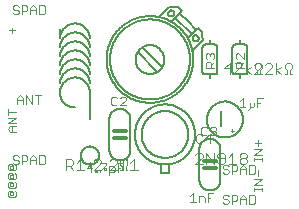
<source format=gto>
G75*
%MOIN*%
%OFA0B0*%
%FSLAX25Y25*%
%IPPOS*%
%LPD*%
%AMOC8*
5,1,8,0,0,1.08239X$1,22.5*
%
%ADD10C,0.00600*%
%ADD11C,0.01200*%
%ADD12C,0.00300*%
%ADD13C,0.00500*%
%ADD14R,0.00900X0.05400*%
%ADD15R,0.01000X0.01500*%
%ADD16C,0.00400*%
%ADD17C,0.01000*%
D10*
X0037550Y0020550D02*
X0037550Y0031550D01*
X0037560Y0031661D01*
X0037574Y0031771D01*
X0037592Y0031881D01*
X0037614Y0031990D01*
X0037639Y0032099D01*
X0037668Y0032206D01*
X0037701Y0032312D01*
X0037738Y0032418D01*
X0037778Y0032522D01*
X0037821Y0032624D01*
X0037868Y0032725D01*
X0037918Y0032824D01*
X0037972Y0032922D01*
X0038029Y0033017D01*
X0038089Y0033111D01*
X0038153Y0033202D01*
X0038219Y0033292D01*
X0038289Y0033379D01*
X0038361Y0033463D01*
X0038436Y0033545D01*
X0038514Y0033625D01*
X0038595Y0033701D01*
X0038678Y0033775D01*
X0038764Y0033846D01*
X0038852Y0033914D01*
X0038943Y0033979D01*
X0039035Y0034041D01*
X0039130Y0034100D01*
X0039226Y0034155D01*
X0039325Y0034207D01*
X0039425Y0034256D01*
X0039527Y0034301D01*
X0039630Y0034343D01*
X0039734Y0034381D01*
X0039840Y0034415D01*
X0039947Y0034446D01*
X0040055Y0034474D01*
X0040164Y0034497D01*
X0040273Y0034517D01*
X0040383Y0034533D01*
X0040494Y0034546D01*
X0040605Y0034554D01*
X0040716Y0034559D01*
X0040828Y0034560D01*
X0040939Y0034557D01*
X0041050Y0034550D01*
X0041164Y0034557D01*
X0041277Y0034560D01*
X0041391Y0034559D01*
X0041505Y0034554D01*
X0041618Y0034544D01*
X0041731Y0034531D01*
X0041844Y0034514D01*
X0041956Y0034493D01*
X0042067Y0034469D01*
X0042177Y0034440D01*
X0042286Y0034407D01*
X0042394Y0034371D01*
X0042500Y0034331D01*
X0042605Y0034287D01*
X0042709Y0034240D01*
X0042810Y0034189D01*
X0042910Y0034135D01*
X0043008Y0034077D01*
X0043104Y0034015D01*
X0043198Y0033951D01*
X0043289Y0033883D01*
X0043378Y0033812D01*
X0043464Y0033738D01*
X0043548Y0033661D01*
X0043629Y0033581D01*
X0043707Y0033498D01*
X0043783Y0033413D01*
X0043855Y0033325D01*
X0043924Y0033234D01*
X0043990Y0033142D01*
X0044053Y0033047D01*
X0044112Y0032950D01*
X0044168Y0032850D01*
X0044220Y0032749D01*
X0044269Y0032647D01*
X0044314Y0032542D01*
X0044356Y0032436D01*
X0044393Y0032329D01*
X0044427Y0032220D01*
X0044458Y0032111D01*
X0044484Y0032000D01*
X0044506Y0031888D01*
X0044525Y0031776D01*
X0044540Y0031663D01*
X0044550Y0031550D01*
X0044550Y0020550D01*
X0044540Y0020439D01*
X0044526Y0020329D01*
X0044508Y0020219D01*
X0044486Y0020110D01*
X0044461Y0020001D01*
X0044432Y0019894D01*
X0044399Y0019788D01*
X0044362Y0019682D01*
X0044322Y0019578D01*
X0044279Y0019476D01*
X0044232Y0019375D01*
X0044182Y0019276D01*
X0044128Y0019178D01*
X0044071Y0019083D01*
X0044011Y0018989D01*
X0043947Y0018898D01*
X0043881Y0018808D01*
X0043811Y0018721D01*
X0043739Y0018637D01*
X0043664Y0018555D01*
X0043586Y0018475D01*
X0043505Y0018399D01*
X0043422Y0018325D01*
X0043336Y0018254D01*
X0043248Y0018186D01*
X0043157Y0018121D01*
X0043065Y0018059D01*
X0042970Y0018000D01*
X0042874Y0017945D01*
X0042775Y0017893D01*
X0042675Y0017844D01*
X0042573Y0017799D01*
X0042470Y0017757D01*
X0042366Y0017719D01*
X0042260Y0017685D01*
X0042153Y0017654D01*
X0042045Y0017626D01*
X0041936Y0017603D01*
X0041827Y0017583D01*
X0041717Y0017567D01*
X0041606Y0017554D01*
X0041495Y0017546D01*
X0041384Y0017541D01*
X0041272Y0017540D01*
X0041161Y0017543D01*
X0041050Y0017550D01*
X0040939Y0017543D01*
X0040828Y0017540D01*
X0040716Y0017541D01*
X0040605Y0017546D01*
X0040494Y0017554D01*
X0040383Y0017567D01*
X0040273Y0017583D01*
X0040164Y0017603D01*
X0040055Y0017626D01*
X0039947Y0017654D01*
X0039840Y0017685D01*
X0039734Y0017719D01*
X0039630Y0017757D01*
X0039527Y0017799D01*
X0039425Y0017844D01*
X0039325Y0017893D01*
X0039226Y0017945D01*
X0039130Y0018000D01*
X0039035Y0018059D01*
X0038943Y0018121D01*
X0038852Y0018186D01*
X0038764Y0018254D01*
X0038678Y0018325D01*
X0038595Y0018399D01*
X0038514Y0018475D01*
X0038436Y0018555D01*
X0038361Y0018637D01*
X0038289Y0018721D01*
X0038219Y0018808D01*
X0038153Y0018898D01*
X0038089Y0018989D01*
X0038029Y0019083D01*
X0037972Y0019178D01*
X0037918Y0019276D01*
X0037868Y0019375D01*
X0037821Y0019476D01*
X0037778Y0019578D01*
X0037738Y0019682D01*
X0037701Y0019788D01*
X0037668Y0019894D01*
X0037639Y0020001D01*
X0037614Y0020110D01*
X0037592Y0020219D01*
X0037574Y0020329D01*
X0037560Y0020439D01*
X0037550Y0020550D01*
X0067550Y0021550D02*
X0067550Y0010550D01*
X0067560Y0010439D01*
X0067574Y0010329D01*
X0067592Y0010219D01*
X0067614Y0010110D01*
X0067639Y0010001D01*
X0067668Y0009894D01*
X0067701Y0009788D01*
X0067738Y0009682D01*
X0067778Y0009578D01*
X0067821Y0009476D01*
X0067868Y0009375D01*
X0067918Y0009276D01*
X0067972Y0009178D01*
X0068029Y0009083D01*
X0068089Y0008989D01*
X0068153Y0008898D01*
X0068219Y0008808D01*
X0068289Y0008721D01*
X0068361Y0008637D01*
X0068436Y0008555D01*
X0068514Y0008475D01*
X0068595Y0008399D01*
X0068678Y0008325D01*
X0068764Y0008254D01*
X0068852Y0008186D01*
X0068943Y0008121D01*
X0069035Y0008059D01*
X0069130Y0008000D01*
X0069226Y0007945D01*
X0069325Y0007893D01*
X0069425Y0007844D01*
X0069527Y0007799D01*
X0069630Y0007757D01*
X0069734Y0007719D01*
X0069840Y0007685D01*
X0069947Y0007654D01*
X0070055Y0007626D01*
X0070164Y0007603D01*
X0070273Y0007583D01*
X0070383Y0007567D01*
X0070494Y0007554D01*
X0070605Y0007546D01*
X0070716Y0007541D01*
X0070828Y0007540D01*
X0070939Y0007543D01*
X0071050Y0007550D01*
X0071161Y0007543D01*
X0071272Y0007540D01*
X0071384Y0007541D01*
X0071495Y0007546D01*
X0071606Y0007554D01*
X0071717Y0007567D01*
X0071827Y0007583D01*
X0071936Y0007603D01*
X0072045Y0007626D01*
X0072153Y0007654D01*
X0072260Y0007685D01*
X0072366Y0007719D01*
X0072470Y0007757D01*
X0072573Y0007799D01*
X0072675Y0007844D01*
X0072775Y0007893D01*
X0072874Y0007945D01*
X0072970Y0008000D01*
X0073065Y0008059D01*
X0073157Y0008121D01*
X0073248Y0008186D01*
X0073336Y0008254D01*
X0073422Y0008325D01*
X0073505Y0008399D01*
X0073586Y0008475D01*
X0073664Y0008555D01*
X0073739Y0008637D01*
X0073811Y0008721D01*
X0073881Y0008808D01*
X0073947Y0008898D01*
X0074011Y0008989D01*
X0074071Y0009083D01*
X0074128Y0009178D01*
X0074182Y0009276D01*
X0074232Y0009375D01*
X0074279Y0009476D01*
X0074322Y0009578D01*
X0074362Y0009682D01*
X0074399Y0009788D01*
X0074432Y0009894D01*
X0074461Y0010001D01*
X0074486Y0010110D01*
X0074508Y0010219D01*
X0074526Y0010329D01*
X0074540Y0010439D01*
X0074550Y0010550D01*
X0074550Y0021550D01*
X0074540Y0021663D01*
X0074525Y0021776D01*
X0074506Y0021888D01*
X0074484Y0022000D01*
X0074458Y0022111D01*
X0074427Y0022220D01*
X0074393Y0022329D01*
X0074356Y0022436D01*
X0074314Y0022542D01*
X0074269Y0022647D01*
X0074220Y0022749D01*
X0074168Y0022850D01*
X0074112Y0022950D01*
X0074053Y0023047D01*
X0073990Y0023142D01*
X0073924Y0023234D01*
X0073855Y0023325D01*
X0073783Y0023413D01*
X0073707Y0023498D01*
X0073629Y0023581D01*
X0073548Y0023661D01*
X0073464Y0023738D01*
X0073378Y0023812D01*
X0073289Y0023883D01*
X0073198Y0023951D01*
X0073104Y0024015D01*
X0073008Y0024077D01*
X0072910Y0024135D01*
X0072810Y0024189D01*
X0072709Y0024240D01*
X0072605Y0024287D01*
X0072500Y0024331D01*
X0072394Y0024371D01*
X0072286Y0024407D01*
X0072177Y0024440D01*
X0072067Y0024469D01*
X0071956Y0024493D01*
X0071844Y0024514D01*
X0071731Y0024531D01*
X0071618Y0024544D01*
X0071505Y0024554D01*
X0071391Y0024559D01*
X0071277Y0024560D01*
X0071164Y0024557D01*
X0071050Y0024550D01*
X0070939Y0024557D01*
X0070828Y0024560D01*
X0070716Y0024559D01*
X0070605Y0024554D01*
X0070494Y0024546D01*
X0070383Y0024533D01*
X0070273Y0024517D01*
X0070164Y0024497D01*
X0070055Y0024474D01*
X0069947Y0024446D01*
X0069840Y0024415D01*
X0069734Y0024381D01*
X0069630Y0024343D01*
X0069527Y0024301D01*
X0069425Y0024256D01*
X0069325Y0024207D01*
X0069226Y0024155D01*
X0069130Y0024100D01*
X0069035Y0024041D01*
X0068943Y0023979D01*
X0068852Y0023914D01*
X0068764Y0023846D01*
X0068678Y0023775D01*
X0068595Y0023701D01*
X0068514Y0023625D01*
X0068436Y0023545D01*
X0068361Y0023463D01*
X0068289Y0023379D01*
X0068219Y0023292D01*
X0068153Y0023202D01*
X0068089Y0023111D01*
X0068029Y0023017D01*
X0067972Y0022922D01*
X0067918Y0022824D01*
X0067868Y0022725D01*
X0067821Y0022624D01*
X0067778Y0022522D01*
X0067738Y0022418D01*
X0067701Y0022312D01*
X0067668Y0022206D01*
X0067639Y0022099D01*
X0067614Y0021990D01*
X0067592Y0021881D01*
X0067574Y0021771D01*
X0067560Y0021661D01*
X0067550Y0021550D01*
X0069550Y0046050D02*
X0072550Y0046050D01*
X0072610Y0046052D01*
X0072671Y0046057D01*
X0072730Y0046066D01*
X0072789Y0046079D01*
X0072848Y0046095D01*
X0072905Y0046115D01*
X0072960Y0046138D01*
X0073015Y0046165D01*
X0073067Y0046194D01*
X0073118Y0046227D01*
X0073167Y0046263D01*
X0073213Y0046301D01*
X0073257Y0046343D01*
X0073299Y0046387D01*
X0073337Y0046433D01*
X0073373Y0046482D01*
X0073406Y0046533D01*
X0073435Y0046585D01*
X0073462Y0046640D01*
X0073485Y0046695D01*
X0073505Y0046752D01*
X0073521Y0046811D01*
X0073534Y0046870D01*
X0073543Y0046929D01*
X0073548Y0046990D01*
X0073550Y0047050D01*
X0073550Y0055050D01*
X0073548Y0055110D01*
X0073543Y0055171D01*
X0073534Y0055230D01*
X0073521Y0055289D01*
X0073505Y0055348D01*
X0073485Y0055405D01*
X0073462Y0055460D01*
X0073435Y0055515D01*
X0073406Y0055567D01*
X0073373Y0055618D01*
X0073337Y0055667D01*
X0073299Y0055713D01*
X0073257Y0055757D01*
X0073213Y0055799D01*
X0073167Y0055837D01*
X0073118Y0055873D01*
X0073067Y0055906D01*
X0073015Y0055935D01*
X0072960Y0055962D01*
X0072905Y0055985D01*
X0072848Y0056005D01*
X0072789Y0056021D01*
X0072730Y0056034D01*
X0072671Y0056043D01*
X0072610Y0056048D01*
X0072550Y0056050D01*
X0069550Y0056050D01*
X0069490Y0056048D01*
X0069429Y0056043D01*
X0069370Y0056034D01*
X0069311Y0056021D01*
X0069252Y0056005D01*
X0069195Y0055985D01*
X0069140Y0055962D01*
X0069085Y0055935D01*
X0069033Y0055906D01*
X0068982Y0055873D01*
X0068933Y0055837D01*
X0068887Y0055799D01*
X0068843Y0055757D01*
X0068801Y0055713D01*
X0068763Y0055667D01*
X0068727Y0055618D01*
X0068694Y0055567D01*
X0068665Y0055515D01*
X0068638Y0055460D01*
X0068615Y0055405D01*
X0068595Y0055348D01*
X0068579Y0055289D01*
X0068566Y0055230D01*
X0068557Y0055171D01*
X0068552Y0055110D01*
X0068550Y0055050D01*
X0068550Y0047050D01*
X0068552Y0046990D01*
X0068557Y0046929D01*
X0068566Y0046870D01*
X0068579Y0046811D01*
X0068595Y0046752D01*
X0068615Y0046695D01*
X0068638Y0046640D01*
X0068665Y0046585D01*
X0068694Y0046533D01*
X0068727Y0046482D01*
X0068763Y0046433D01*
X0068801Y0046387D01*
X0068843Y0046343D01*
X0068887Y0046301D01*
X0068933Y0046263D01*
X0068982Y0046227D01*
X0069033Y0046194D01*
X0069085Y0046165D01*
X0069140Y0046138D01*
X0069195Y0046115D01*
X0069252Y0046095D01*
X0069311Y0046079D01*
X0069370Y0046066D01*
X0069429Y0046057D01*
X0069490Y0046052D01*
X0069550Y0046050D01*
X0069490Y0046052D01*
X0069429Y0046057D01*
X0069370Y0046066D01*
X0069311Y0046079D01*
X0069252Y0046095D01*
X0069195Y0046115D01*
X0069140Y0046138D01*
X0069085Y0046165D01*
X0069033Y0046194D01*
X0068982Y0046227D01*
X0068933Y0046263D01*
X0068887Y0046301D01*
X0068843Y0046343D01*
X0068801Y0046387D01*
X0068763Y0046433D01*
X0068727Y0046482D01*
X0068694Y0046533D01*
X0068665Y0046585D01*
X0068638Y0046640D01*
X0068615Y0046695D01*
X0068595Y0046752D01*
X0068579Y0046811D01*
X0068566Y0046870D01*
X0068557Y0046929D01*
X0068552Y0046990D01*
X0068550Y0047050D01*
X0072550Y0046050D02*
X0072610Y0046052D01*
X0072671Y0046057D01*
X0072730Y0046066D01*
X0072789Y0046079D01*
X0072848Y0046095D01*
X0072905Y0046115D01*
X0072960Y0046138D01*
X0073015Y0046165D01*
X0073067Y0046194D01*
X0073118Y0046227D01*
X0073167Y0046263D01*
X0073213Y0046301D01*
X0073257Y0046343D01*
X0073299Y0046387D01*
X0073337Y0046433D01*
X0073373Y0046482D01*
X0073406Y0046533D01*
X0073435Y0046585D01*
X0073462Y0046640D01*
X0073485Y0046695D01*
X0073505Y0046752D01*
X0073521Y0046811D01*
X0073534Y0046870D01*
X0073543Y0046929D01*
X0073548Y0046990D01*
X0073550Y0047050D01*
X0078550Y0047050D02*
X0078550Y0055050D01*
X0078552Y0055110D01*
X0078557Y0055171D01*
X0078566Y0055230D01*
X0078579Y0055289D01*
X0078595Y0055348D01*
X0078615Y0055405D01*
X0078638Y0055460D01*
X0078665Y0055515D01*
X0078694Y0055567D01*
X0078727Y0055618D01*
X0078763Y0055667D01*
X0078801Y0055713D01*
X0078843Y0055757D01*
X0078887Y0055799D01*
X0078933Y0055837D01*
X0078982Y0055873D01*
X0079033Y0055906D01*
X0079085Y0055935D01*
X0079140Y0055962D01*
X0079195Y0055985D01*
X0079252Y0056005D01*
X0079311Y0056021D01*
X0079370Y0056034D01*
X0079429Y0056043D01*
X0079490Y0056048D01*
X0079550Y0056050D01*
X0082550Y0056050D01*
X0082610Y0056048D01*
X0082671Y0056043D01*
X0082730Y0056034D01*
X0082789Y0056021D01*
X0082848Y0056005D01*
X0082905Y0055985D01*
X0082960Y0055962D01*
X0083015Y0055935D01*
X0083067Y0055906D01*
X0083118Y0055873D01*
X0083167Y0055837D01*
X0083213Y0055799D01*
X0083257Y0055757D01*
X0083299Y0055713D01*
X0083337Y0055667D01*
X0083373Y0055618D01*
X0083406Y0055567D01*
X0083435Y0055515D01*
X0083462Y0055460D01*
X0083485Y0055405D01*
X0083505Y0055348D01*
X0083521Y0055289D01*
X0083534Y0055230D01*
X0083543Y0055171D01*
X0083548Y0055110D01*
X0083550Y0055050D01*
X0083550Y0047050D01*
X0083548Y0046990D01*
X0083543Y0046929D01*
X0083534Y0046870D01*
X0083521Y0046811D01*
X0083505Y0046752D01*
X0083485Y0046695D01*
X0083462Y0046640D01*
X0083435Y0046585D01*
X0083406Y0046533D01*
X0083373Y0046482D01*
X0083337Y0046433D01*
X0083299Y0046387D01*
X0083257Y0046343D01*
X0083213Y0046301D01*
X0083167Y0046263D01*
X0083118Y0046227D01*
X0083067Y0046194D01*
X0083015Y0046165D01*
X0082960Y0046138D01*
X0082905Y0046115D01*
X0082848Y0046095D01*
X0082789Y0046079D01*
X0082730Y0046066D01*
X0082671Y0046057D01*
X0082610Y0046052D01*
X0082550Y0046050D01*
X0079550Y0046050D01*
X0079490Y0046052D01*
X0079429Y0046057D01*
X0079370Y0046066D01*
X0079311Y0046079D01*
X0079252Y0046095D01*
X0079195Y0046115D01*
X0079140Y0046138D01*
X0079085Y0046165D01*
X0079033Y0046194D01*
X0078982Y0046227D01*
X0078933Y0046263D01*
X0078887Y0046301D01*
X0078843Y0046343D01*
X0078801Y0046387D01*
X0078763Y0046433D01*
X0078727Y0046482D01*
X0078694Y0046533D01*
X0078665Y0046585D01*
X0078638Y0046640D01*
X0078615Y0046695D01*
X0078595Y0046752D01*
X0078579Y0046811D01*
X0078566Y0046870D01*
X0078557Y0046929D01*
X0078552Y0046990D01*
X0078550Y0047050D01*
X0078552Y0046990D01*
X0078557Y0046929D01*
X0078566Y0046870D01*
X0078579Y0046811D01*
X0078595Y0046752D01*
X0078615Y0046695D01*
X0078638Y0046640D01*
X0078665Y0046585D01*
X0078694Y0046533D01*
X0078727Y0046482D01*
X0078763Y0046433D01*
X0078801Y0046387D01*
X0078843Y0046343D01*
X0078887Y0046301D01*
X0078933Y0046263D01*
X0078982Y0046227D01*
X0079033Y0046194D01*
X0079085Y0046165D01*
X0079140Y0046138D01*
X0079195Y0046115D01*
X0079252Y0046095D01*
X0079311Y0046079D01*
X0079370Y0046066D01*
X0079429Y0046057D01*
X0079490Y0046052D01*
X0079550Y0046050D01*
X0082550Y0046050D02*
X0082610Y0046052D01*
X0082671Y0046057D01*
X0082730Y0046066D01*
X0082789Y0046079D01*
X0082848Y0046095D01*
X0082905Y0046115D01*
X0082960Y0046138D01*
X0083015Y0046165D01*
X0083067Y0046194D01*
X0083118Y0046227D01*
X0083167Y0046263D01*
X0083213Y0046301D01*
X0083257Y0046343D01*
X0083299Y0046387D01*
X0083337Y0046433D01*
X0083373Y0046482D01*
X0083406Y0046533D01*
X0083435Y0046585D01*
X0083462Y0046640D01*
X0083485Y0046695D01*
X0083505Y0046752D01*
X0083521Y0046811D01*
X0083534Y0046870D01*
X0083543Y0046929D01*
X0083548Y0046990D01*
X0083550Y0047050D01*
X0083550Y0055050D02*
X0083548Y0055110D01*
X0083543Y0055171D01*
X0083534Y0055230D01*
X0083521Y0055289D01*
X0083505Y0055348D01*
X0083485Y0055405D01*
X0083462Y0055460D01*
X0083435Y0055515D01*
X0083406Y0055567D01*
X0083373Y0055618D01*
X0083337Y0055667D01*
X0083299Y0055713D01*
X0083257Y0055757D01*
X0083213Y0055799D01*
X0083167Y0055837D01*
X0083118Y0055873D01*
X0083067Y0055906D01*
X0083015Y0055935D01*
X0082960Y0055962D01*
X0082905Y0055985D01*
X0082848Y0056005D01*
X0082789Y0056021D01*
X0082730Y0056034D01*
X0082671Y0056043D01*
X0082610Y0056048D01*
X0082550Y0056050D01*
X0079550Y0056050D02*
X0079490Y0056048D01*
X0079429Y0056043D01*
X0079370Y0056034D01*
X0079311Y0056021D01*
X0079252Y0056005D01*
X0079195Y0055985D01*
X0079140Y0055962D01*
X0079085Y0055935D01*
X0079033Y0055906D01*
X0078982Y0055873D01*
X0078933Y0055837D01*
X0078887Y0055799D01*
X0078843Y0055757D01*
X0078801Y0055713D01*
X0078763Y0055667D01*
X0078727Y0055618D01*
X0078694Y0055567D01*
X0078665Y0055515D01*
X0078638Y0055460D01*
X0078615Y0055405D01*
X0078595Y0055348D01*
X0078579Y0055289D01*
X0078566Y0055230D01*
X0078557Y0055171D01*
X0078552Y0055110D01*
X0078550Y0055050D01*
X0073550Y0055050D02*
X0073548Y0055110D01*
X0073543Y0055171D01*
X0073534Y0055230D01*
X0073521Y0055289D01*
X0073505Y0055348D01*
X0073485Y0055405D01*
X0073462Y0055460D01*
X0073435Y0055515D01*
X0073406Y0055567D01*
X0073373Y0055618D01*
X0073337Y0055667D01*
X0073299Y0055713D01*
X0073257Y0055757D01*
X0073213Y0055799D01*
X0073167Y0055837D01*
X0073118Y0055873D01*
X0073067Y0055906D01*
X0073015Y0055935D01*
X0072960Y0055962D01*
X0072905Y0055985D01*
X0072848Y0056005D01*
X0072789Y0056021D01*
X0072730Y0056034D01*
X0072671Y0056043D01*
X0072610Y0056048D01*
X0072550Y0056050D01*
X0069550Y0056050D02*
X0069490Y0056048D01*
X0069429Y0056043D01*
X0069370Y0056034D01*
X0069311Y0056021D01*
X0069252Y0056005D01*
X0069195Y0055985D01*
X0069140Y0055962D01*
X0069085Y0055935D01*
X0069033Y0055906D01*
X0068982Y0055873D01*
X0068933Y0055837D01*
X0068887Y0055799D01*
X0068843Y0055757D01*
X0068801Y0055713D01*
X0068763Y0055667D01*
X0068727Y0055618D01*
X0068694Y0055567D01*
X0068665Y0055515D01*
X0068638Y0055460D01*
X0068615Y0055405D01*
X0068595Y0055348D01*
X0068579Y0055289D01*
X0068566Y0055230D01*
X0068557Y0055171D01*
X0068552Y0055110D01*
X0068550Y0055050D01*
D11*
X0043050Y0027250D02*
X0039050Y0027250D01*
X0039050Y0024750D02*
X0043050Y0024750D01*
X0069050Y0017250D02*
X0073050Y0017250D01*
X0073050Y0014750D02*
X0069050Y0014750D01*
D12*
X0004081Y0005307D02*
X0003598Y0005791D01*
X0003598Y0006758D01*
X0004081Y0007242D01*
X0005049Y0007242D01*
X0005533Y0006758D01*
X0004565Y0006758D01*
X0004565Y0005791D01*
X0005533Y0005791D01*
X0005533Y0006758D01*
X0006016Y0007242D02*
X0006500Y0006758D01*
X0006500Y0005791D01*
X0006016Y0005307D01*
X0004081Y0005307D01*
X0004081Y0008253D02*
X0003598Y0008737D01*
X0003598Y0009705D01*
X0004081Y0010188D01*
X0005049Y0010188D01*
X0005533Y0009705D01*
X0004565Y0009705D01*
X0004565Y0008737D01*
X0005533Y0008737D01*
X0005533Y0009705D01*
X0006016Y0010188D02*
X0006500Y0009705D01*
X0006500Y0008737D01*
X0006016Y0008253D01*
X0004081Y0008253D01*
X0004081Y0011200D02*
X0003598Y0011684D01*
X0003598Y0012651D01*
X0004081Y0013135D01*
X0005049Y0013135D01*
X0005533Y0012651D01*
X0004565Y0012651D01*
X0004565Y0011684D01*
X0005533Y0011684D01*
X0005533Y0012651D01*
X0006016Y0013135D02*
X0006500Y0012651D01*
X0006500Y0011684D01*
X0006016Y0011200D01*
X0004081Y0011200D01*
X0004081Y0014147D02*
X0003598Y0014630D01*
X0003598Y0015598D01*
X0004081Y0016081D01*
X0005049Y0016081D01*
X0005533Y0015598D01*
X0004565Y0015598D01*
X0004565Y0014630D01*
X0005533Y0014630D01*
X0005533Y0015598D01*
X0005791Y0016200D02*
X0005307Y0016684D01*
X0005791Y0016200D02*
X0006758Y0016200D01*
X0007242Y0016684D01*
X0007242Y0017167D01*
X0006758Y0017651D01*
X0005791Y0017651D01*
X0005307Y0018135D01*
X0005307Y0018619D01*
X0005791Y0019102D01*
X0006758Y0019102D01*
X0007242Y0018619D01*
X0008253Y0019102D02*
X0009705Y0019102D01*
X0010188Y0018619D01*
X0010188Y0017651D01*
X0009705Y0017167D01*
X0008253Y0017167D01*
X0008253Y0016200D02*
X0008253Y0019102D01*
X0011200Y0018135D02*
X0012167Y0019102D01*
X0013135Y0018135D01*
X0013135Y0016200D01*
X0014147Y0016200D02*
X0015598Y0016200D01*
X0016081Y0016684D01*
X0016081Y0018619D01*
X0015598Y0019102D01*
X0014147Y0019102D01*
X0014147Y0016200D01*
X0013135Y0017651D02*
X0011200Y0017651D01*
X0011200Y0018135D02*
X0011200Y0016200D01*
X0006500Y0015598D02*
X0006500Y0014630D01*
X0006016Y0014147D01*
X0004081Y0014147D01*
X0006016Y0016081D02*
X0006500Y0015598D01*
X0006500Y0026780D02*
X0004565Y0026780D01*
X0003598Y0027748D01*
X0004565Y0028715D01*
X0006500Y0028715D01*
X0005049Y0028715D02*
X0005049Y0026780D01*
X0006500Y0029727D02*
X0003598Y0029727D01*
X0006500Y0031662D01*
X0003598Y0031662D01*
X0003598Y0032673D02*
X0003598Y0034608D01*
X0003598Y0033641D02*
X0006500Y0033641D01*
X0006780Y0036200D02*
X0006780Y0038135D01*
X0007748Y0039102D01*
X0008715Y0038135D01*
X0008715Y0036200D01*
X0009727Y0036200D02*
X0009727Y0039102D01*
X0011662Y0036200D01*
X0011662Y0039102D01*
X0012673Y0039102D02*
X0014608Y0039102D01*
X0013641Y0039102D02*
X0013641Y0036200D01*
X0008715Y0037651D02*
X0006780Y0037651D01*
X0005049Y0059727D02*
X0005049Y0061662D01*
X0004081Y0060694D02*
X0006016Y0060694D01*
X0005791Y0066200D02*
X0005307Y0066684D01*
X0005791Y0066200D02*
X0006758Y0066200D01*
X0007242Y0066684D01*
X0007242Y0067167D01*
X0006758Y0067651D01*
X0005791Y0067651D01*
X0005307Y0068135D01*
X0005307Y0068619D01*
X0005791Y0069102D01*
X0006758Y0069102D01*
X0007242Y0068619D01*
X0008253Y0069102D02*
X0009705Y0069102D01*
X0010188Y0068619D01*
X0010188Y0067651D01*
X0009705Y0067167D01*
X0008253Y0067167D01*
X0008253Y0066200D02*
X0008253Y0069102D01*
X0011200Y0068135D02*
X0012167Y0069102D01*
X0013135Y0068135D01*
X0013135Y0066200D01*
X0014147Y0066200D02*
X0015598Y0066200D01*
X0016081Y0066684D01*
X0016081Y0068619D01*
X0015598Y0069102D01*
X0014147Y0069102D01*
X0014147Y0066200D01*
X0013135Y0067651D02*
X0011200Y0067651D01*
X0011200Y0068135D02*
X0011200Y0066200D01*
X0038684Y0038602D02*
X0038200Y0038119D01*
X0038200Y0036184D01*
X0038684Y0035700D01*
X0039651Y0035700D01*
X0040135Y0036184D01*
X0041147Y0035700D02*
X0043081Y0037635D01*
X0043081Y0038119D01*
X0042598Y0038602D01*
X0041630Y0038602D01*
X0041147Y0038119D01*
X0040135Y0038119D02*
X0039651Y0038602D01*
X0038684Y0038602D01*
X0041147Y0035700D02*
X0043081Y0035700D01*
X0066200Y0019286D02*
X0066817Y0019903D01*
X0068052Y0019903D01*
X0068669Y0019286D01*
X0068669Y0018669D01*
X0066200Y0016200D01*
X0068669Y0016200D01*
X0069883Y0016200D02*
X0069883Y0019903D01*
X0072352Y0016200D01*
X0072352Y0019903D01*
X0073566Y0019286D02*
X0073566Y0018669D01*
X0074183Y0018052D01*
X0076035Y0018052D01*
X0076035Y0019286D02*
X0075418Y0019903D01*
X0074183Y0019903D01*
X0073566Y0019286D01*
X0073566Y0016817D02*
X0074183Y0016200D01*
X0075418Y0016200D01*
X0076035Y0016817D01*
X0076035Y0019286D01*
X0077249Y0018669D02*
X0078484Y0019903D01*
X0078484Y0016200D01*
X0078253Y0015902D02*
X0079705Y0015902D01*
X0080188Y0015419D01*
X0080188Y0014451D01*
X0079705Y0013967D01*
X0078253Y0013967D01*
X0078253Y0013000D02*
X0078253Y0015902D01*
X0077249Y0016200D02*
X0079718Y0016200D01*
X0080933Y0016817D02*
X0080933Y0017434D01*
X0081550Y0018052D01*
X0082784Y0018052D01*
X0083401Y0017434D01*
X0083401Y0016817D01*
X0082784Y0016200D01*
X0081550Y0016200D01*
X0080933Y0016817D01*
X0082167Y0015902D02*
X0083135Y0014935D01*
X0083135Y0013000D01*
X0084147Y0013000D02*
X0085598Y0013000D01*
X0086081Y0013484D01*
X0086081Y0015419D01*
X0085598Y0015902D01*
X0084147Y0015902D01*
X0084147Y0013000D01*
X0083135Y0014451D02*
X0081200Y0014451D01*
X0081200Y0014935D02*
X0082167Y0015902D01*
X0081200Y0014935D02*
X0081200Y0013000D01*
X0077242Y0013484D02*
X0076758Y0013000D01*
X0075791Y0013000D01*
X0075307Y0013484D01*
X0075791Y0014451D02*
X0075307Y0014935D01*
X0075307Y0015419D01*
X0075791Y0015902D01*
X0076758Y0015902D01*
X0077242Y0015419D01*
X0076758Y0014451D02*
X0075791Y0014451D01*
X0076758Y0014451D02*
X0077242Y0013967D01*
X0077242Y0013484D01*
X0081550Y0018052D02*
X0080933Y0018669D01*
X0080933Y0019286D01*
X0081550Y0019903D01*
X0082784Y0019903D01*
X0083401Y0019286D01*
X0083401Y0018669D01*
X0082784Y0018052D01*
X0085598Y0018239D02*
X0085598Y0017271D01*
X0085598Y0017755D02*
X0088500Y0017755D01*
X0088500Y0017271D02*
X0088500Y0018239D01*
X0088500Y0019236D02*
X0085598Y0019236D01*
X0088500Y0021171D01*
X0085598Y0021171D01*
X0087049Y0022182D02*
X0087049Y0024117D01*
X0088016Y0023150D02*
X0086081Y0023150D01*
X0079050Y0027300D02*
X0078550Y0027300D01*
X0078550Y0026800D01*
X0078550Y0027300D02*
X0078050Y0027300D01*
X0078550Y0027300D02*
X0078550Y0027800D01*
X0073081Y0027635D02*
X0072598Y0027151D01*
X0073081Y0026667D01*
X0073081Y0026184D01*
X0072598Y0025700D01*
X0071630Y0025700D01*
X0071147Y0026184D01*
X0070955Y0026152D02*
X0069503Y0024701D01*
X0071438Y0024701D01*
X0070135Y0026184D02*
X0069651Y0025700D01*
X0068684Y0025700D01*
X0068200Y0026184D01*
X0068200Y0028119D01*
X0068684Y0028602D01*
X0069651Y0028602D01*
X0070135Y0028119D01*
X0071147Y0028119D02*
X0071630Y0028602D01*
X0072598Y0028602D01*
X0073081Y0028119D01*
X0073081Y0027635D01*
X0072598Y0027151D02*
X0072114Y0027151D01*
X0070955Y0026152D02*
X0070955Y0023250D01*
X0068492Y0023734D02*
X0068008Y0023250D01*
X0067041Y0023250D01*
X0066557Y0023734D01*
X0066557Y0025669D01*
X0067041Y0026152D01*
X0068008Y0026152D01*
X0068492Y0025669D01*
X0080950Y0035200D02*
X0082885Y0035200D01*
X0081917Y0035200D02*
X0081917Y0038102D01*
X0080950Y0037135D01*
X0084380Y0036651D02*
X0084380Y0035684D01*
X0084380Y0034716D01*
X0083897Y0034233D01*
X0084864Y0035200D02*
X0085348Y0035200D01*
X0085831Y0035684D01*
X0085831Y0036651D01*
X0086843Y0036651D02*
X0087811Y0036651D01*
X0088778Y0038102D02*
X0086843Y0038102D01*
X0086843Y0035200D01*
X0084864Y0035200D02*
X0084380Y0035684D01*
X0082500Y0048253D02*
X0079598Y0048253D01*
X0079598Y0049705D01*
X0080081Y0050188D01*
X0081049Y0050188D01*
X0081533Y0049705D01*
X0081533Y0048253D01*
X0081533Y0049221D02*
X0082500Y0050188D01*
X0082500Y0051200D02*
X0080565Y0053135D01*
X0080081Y0053135D01*
X0079598Y0052651D01*
X0079598Y0051684D01*
X0080081Y0051200D01*
X0082500Y0051200D02*
X0082500Y0053135D01*
X0072500Y0052651D02*
X0072500Y0051684D01*
X0072016Y0051200D01*
X0071049Y0052167D02*
X0071049Y0052651D01*
X0071533Y0053135D01*
X0072016Y0053135D01*
X0072500Y0052651D01*
X0071049Y0052651D02*
X0070565Y0053135D01*
X0070081Y0053135D01*
X0069598Y0052651D01*
X0069598Y0051684D01*
X0070081Y0051200D01*
X0070081Y0050188D02*
X0071049Y0050188D01*
X0071533Y0049705D01*
X0071533Y0048253D01*
X0072500Y0048253D02*
X0069598Y0048253D01*
X0069598Y0049705D01*
X0070081Y0050188D01*
X0071533Y0049221D02*
X0072500Y0050188D01*
X0045751Y0017903D02*
X0045751Y0014200D01*
X0044517Y0014200D02*
X0046986Y0014200D01*
X0044517Y0016669D02*
X0045751Y0017903D01*
X0043302Y0017903D02*
X0040834Y0017903D01*
X0042068Y0017903D02*
X0042068Y0014200D01*
X0041221Y0014951D02*
X0040253Y0014951D01*
X0039242Y0014951D02*
X0039242Y0013984D01*
X0038758Y0013500D01*
X0037307Y0013500D01*
X0037307Y0012533D02*
X0037307Y0015435D01*
X0038758Y0015435D01*
X0039242Y0014951D01*
X0040253Y0013500D02*
X0040253Y0016402D01*
X0042188Y0016402D01*
X0036295Y0016402D02*
X0036295Y0015919D01*
X0034360Y0013984D01*
X0034360Y0013500D01*
X0033371Y0013500D02*
X0033371Y0013984D01*
X0032887Y0013984D01*
X0032887Y0013500D01*
X0033371Y0013500D01*
X0031392Y0013500D02*
X0031392Y0016402D01*
X0029941Y0014951D01*
X0031876Y0014951D01*
X0034360Y0016402D02*
X0036295Y0016402D01*
X0064360Y0005435D02*
X0065328Y0006402D01*
X0065328Y0003500D01*
X0066295Y0003500D02*
X0064360Y0003500D01*
X0067307Y0003500D02*
X0067307Y0005435D01*
X0068758Y0005435D01*
X0069242Y0004951D01*
X0069242Y0003500D01*
X0070253Y0003500D02*
X0070253Y0006402D01*
X0072188Y0006402D01*
X0071221Y0004951D02*
X0070253Y0004951D01*
X0075307Y0004935D02*
X0075791Y0004451D01*
X0076758Y0004451D01*
X0077242Y0003967D01*
X0077242Y0003484D01*
X0076758Y0003000D01*
X0075791Y0003000D01*
X0075307Y0003484D01*
X0075307Y0004935D02*
X0075307Y0005419D01*
X0075791Y0005902D01*
X0076758Y0005902D01*
X0077242Y0005419D01*
X0078253Y0005902D02*
X0079705Y0005902D01*
X0080188Y0005419D01*
X0080188Y0004451D01*
X0079705Y0003967D01*
X0078253Y0003967D01*
X0078253Y0003000D02*
X0078253Y0005902D01*
X0081200Y0004935D02*
X0082167Y0005902D01*
X0083135Y0004935D01*
X0083135Y0003000D01*
X0084147Y0003000D02*
X0085598Y0003000D01*
X0086081Y0003484D01*
X0086081Y0005419D01*
X0085598Y0005902D01*
X0084147Y0005902D01*
X0084147Y0003000D01*
X0083135Y0004451D02*
X0081200Y0004451D01*
X0081200Y0004935D02*
X0081200Y0003000D01*
X0085598Y0007271D02*
X0085598Y0008239D01*
X0085598Y0007755D02*
X0088500Y0007755D01*
X0088500Y0007271D02*
X0088500Y0008239D01*
X0088500Y0009236D02*
X0085598Y0009236D01*
X0088500Y0011171D01*
X0085598Y0011171D01*
X0087049Y0012182D02*
X0087049Y0014117D01*
D13*
X0070050Y0031050D02*
X0070052Y0031204D01*
X0070058Y0031359D01*
X0070068Y0031513D01*
X0070082Y0031667D01*
X0070100Y0031820D01*
X0070121Y0031973D01*
X0070147Y0032126D01*
X0070177Y0032277D01*
X0070210Y0032428D01*
X0070248Y0032578D01*
X0070289Y0032727D01*
X0070334Y0032875D01*
X0070383Y0033021D01*
X0070436Y0033167D01*
X0070492Y0033310D01*
X0070552Y0033453D01*
X0070616Y0033593D01*
X0070683Y0033733D01*
X0070754Y0033870D01*
X0070828Y0034005D01*
X0070906Y0034139D01*
X0070987Y0034270D01*
X0071072Y0034399D01*
X0071160Y0034527D01*
X0071251Y0034651D01*
X0071345Y0034774D01*
X0071443Y0034894D01*
X0071543Y0035011D01*
X0071647Y0035126D01*
X0071753Y0035238D01*
X0071862Y0035347D01*
X0071974Y0035453D01*
X0072089Y0035557D01*
X0072206Y0035657D01*
X0072326Y0035755D01*
X0072449Y0035849D01*
X0072573Y0035940D01*
X0072701Y0036028D01*
X0072830Y0036113D01*
X0072961Y0036194D01*
X0073095Y0036272D01*
X0073230Y0036346D01*
X0073367Y0036417D01*
X0073507Y0036484D01*
X0073647Y0036548D01*
X0073790Y0036608D01*
X0073933Y0036664D01*
X0074079Y0036717D01*
X0074225Y0036766D01*
X0074373Y0036811D01*
X0074522Y0036852D01*
X0074672Y0036890D01*
X0074823Y0036923D01*
X0074974Y0036953D01*
X0075127Y0036979D01*
X0075280Y0037000D01*
X0075433Y0037018D01*
X0075587Y0037032D01*
X0075741Y0037042D01*
X0075896Y0037048D01*
X0076050Y0037050D01*
X0076204Y0037048D01*
X0076359Y0037042D01*
X0076513Y0037032D01*
X0076667Y0037018D01*
X0076820Y0037000D01*
X0076973Y0036979D01*
X0077126Y0036953D01*
X0077277Y0036923D01*
X0077428Y0036890D01*
X0077578Y0036852D01*
X0077727Y0036811D01*
X0077875Y0036766D01*
X0078021Y0036717D01*
X0078167Y0036664D01*
X0078310Y0036608D01*
X0078453Y0036548D01*
X0078593Y0036484D01*
X0078733Y0036417D01*
X0078870Y0036346D01*
X0079005Y0036272D01*
X0079139Y0036194D01*
X0079270Y0036113D01*
X0079399Y0036028D01*
X0079527Y0035940D01*
X0079651Y0035849D01*
X0079774Y0035755D01*
X0079894Y0035657D01*
X0080011Y0035557D01*
X0080126Y0035453D01*
X0080238Y0035347D01*
X0080347Y0035238D01*
X0080453Y0035126D01*
X0080557Y0035011D01*
X0080657Y0034894D01*
X0080755Y0034774D01*
X0080849Y0034651D01*
X0080940Y0034527D01*
X0081028Y0034399D01*
X0081113Y0034270D01*
X0081194Y0034139D01*
X0081272Y0034005D01*
X0081346Y0033870D01*
X0081417Y0033733D01*
X0081484Y0033593D01*
X0081548Y0033453D01*
X0081608Y0033310D01*
X0081664Y0033167D01*
X0081717Y0033021D01*
X0081766Y0032875D01*
X0081811Y0032727D01*
X0081852Y0032578D01*
X0081890Y0032428D01*
X0081923Y0032277D01*
X0081953Y0032126D01*
X0081979Y0031973D01*
X0082000Y0031820D01*
X0082018Y0031667D01*
X0082032Y0031513D01*
X0082042Y0031359D01*
X0082048Y0031204D01*
X0082050Y0031050D01*
X0082048Y0030896D01*
X0082042Y0030741D01*
X0082032Y0030587D01*
X0082018Y0030433D01*
X0082000Y0030280D01*
X0081979Y0030127D01*
X0081953Y0029974D01*
X0081923Y0029823D01*
X0081890Y0029672D01*
X0081852Y0029522D01*
X0081811Y0029373D01*
X0081766Y0029225D01*
X0081717Y0029079D01*
X0081664Y0028933D01*
X0081608Y0028790D01*
X0081548Y0028647D01*
X0081484Y0028507D01*
X0081417Y0028367D01*
X0081346Y0028230D01*
X0081272Y0028095D01*
X0081194Y0027961D01*
X0081113Y0027830D01*
X0081028Y0027701D01*
X0080940Y0027573D01*
X0080849Y0027449D01*
X0080755Y0027326D01*
X0080657Y0027206D01*
X0080557Y0027089D01*
X0080453Y0026974D01*
X0080347Y0026862D01*
X0080238Y0026753D01*
X0080126Y0026647D01*
X0080011Y0026543D01*
X0079894Y0026443D01*
X0079774Y0026345D01*
X0079651Y0026251D01*
X0079527Y0026160D01*
X0079399Y0026072D01*
X0079270Y0025987D01*
X0079139Y0025906D01*
X0079005Y0025828D01*
X0078870Y0025754D01*
X0078733Y0025683D01*
X0078593Y0025616D01*
X0078453Y0025552D01*
X0078310Y0025492D01*
X0078167Y0025436D01*
X0078021Y0025383D01*
X0077875Y0025334D01*
X0077727Y0025289D01*
X0077578Y0025248D01*
X0077428Y0025210D01*
X0077277Y0025177D01*
X0077126Y0025147D01*
X0076973Y0025121D01*
X0076820Y0025100D01*
X0076667Y0025082D01*
X0076513Y0025068D01*
X0076359Y0025058D01*
X0076204Y0025052D01*
X0076050Y0025050D01*
X0075896Y0025052D01*
X0075741Y0025058D01*
X0075587Y0025068D01*
X0075433Y0025082D01*
X0075280Y0025100D01*
X0075127Y0025121D01*
X0074974Y0025147D01*
X0074823Y0025177D01*
X0074672Y0025210D01*
X0074522Y0025248D01*
X0074373Y0025289D01*
X0074225Y0025334D01*
X0074079Y0025383D01*
X0073933Y0025436D01*
X0073790Y0025492D01*
X0073647Y0025552D01*
X0073507Y0025616D01*
X0073367Y0025683D01*
X0073230Y0025754D01*
X0073095Y0025828D01*
X0072961Y0025906D01*
X0072830Y0025987D01*
X0072701Y0026072D01*
X0072573Y0026160D01*
X0072449Y0026251D01*
X0072326Y0026345D01*
X0072206Y0026443D01*
X0072089Y0026543D01*
X0071974Y0026647D01*
X0071862Y0026753D01*
X0071753Y0026862D01*
X0071647Y0026974D01*
X0071543Y0027089D01*
X0071443Y0027206D01*
X0071345Y0027326D01*
X0071251Y0027449D01*
X0071160Y0027573D01*
X0071072Y0027701D01*
X0070987Y0027830D01*
X0070906Y0027961D01*
X0070828Y0028095D01*
X0070754Y0028230D01*
X0070683Y0028367D01*
X0070616Y0028507D01*
X0070552Y0028647D01*
X0070492Y0028790D01*
X0070436Y0028933D01*
X0070383Y0029079D01*
X0070334Y0029225D01*
X0070289Y0029373D01*
X0070248Y0029522D01*
X0070210Y0029672D01*
X0070177Y0029823D01*
X0070147Y0029974D01*
X0070121Y0030127D01*
X0070100Y0030280D01*
X0070082Y0030433D01*
X0070068Y0030587D01*
X0070058Y0030741D01*
X0070052Y0030896D01*
X0070050Y0031050D01*
X0046050Y0026050D02*
X0046053Y0026295D01*
X0046062Y0026541D01*
X0046077Y0026786D01*
X0046098Y0027030D01*
X0046125Y0027274D01*
X0046158Y0027517D01*
X0046197Y0027760D01*
X0046242Y0028001D01*
X0046293Y0028241D01*
X0046350Y0028480D01*
X0046412Y0028717D01*
X0046481Y0028953D01*
X0046555Y0029187D01*
X0046635Y0029419D01*
X0046720Y0029649D01*
X0046811Y0029877D01*
X0046908Y0030102D01*
X0047010Y0030326D01*
X0047118Y0030546D01*
X0047231Y0030764D01*
X0047349Y0030979D01*
X0047473Y0031191D01*
X0047601Y0031400D01*
X0047735Y0031606D01*
X0047874Y0031808D01*
X0048018Y0032007D01*
X0048167Y0032202D01*
X0048320Y0032394D01*
X0048478Y0032582D01*
X0048640Y0032766D01*
X0048808Y0032945D01*
X0048979Y0033121D01*
X0049155Y0033292D01*
X0049334Y0033460D01*
X0049518Y0033622D01*
X0049706Y0033780D01*
X0049898Y0033933D01*
X0050093Y0034082D01*
X0050292Y0034226D01*
X0050494Y0034365D01*
X0050700Y0034499D01*
X0050909Y0034627D01*
X0051121Y0034751D01*
X0051336Y0034869D01*
X0051554Y0034982D01*
X0051774Y0035090D01*
X0051998Y0035192D01*
X0052223Y0035289D01*
X0052451Y0035380D01*
X0052681Y0035465D01*
X0052913Y0035545D01*
X0053147Y0035619D01*
X0053383Y0035688D01*
X0053620Y0035750D01*
X0053859Y0035807D01*
X0054099Y0035858D01*
X0054340Y0035903D01*
X0054583Y0035942D01*
X0054826Y0035975D01*
X0055070Y0036002D01*
X0055314Y0036023D01*
X0055559Y0036038D01*
X0055805Y0036047D01*
X0056050Y0036050D01*
X0056295Y0036047D01*
X0056541Y0036038D01*
X0056786Y0036023D01*
X0057030Y0036002D01*
X0057274Y0035975D01*
X0057517Y0035942D01*
X0057760Y0035903D01*
X0058001Y0035858D01*
X0058241Y0035807D01*
X0058480Y0035750D01*
X0058717Y0035688D01*
X0058953Y0035619D01*
X0059187Y0035545D01*
X0059419Y0035465D01*
X0059649Y0035380D01*
X0059877Y0035289D01*
X0060102Y0035192D01*
X0060326Y0035090D01*
X0060546Y0034982D01*
X0060764Y0034869D01*
X0060979Y0034751D01*
X0061191Y0034627D01*
X0061400Y0034499D01*
X0061606Y0034365D01*
X0061808Y0034226D01*
X0062007Y0034082D01*
X0062202Y0033933D01*
X0062394Y0033780D01*
X0062582Y0033622D01*
X0062766Y0033460D01*
X0062945Y0033292D01*
X0063121Y0033121D01*
X0063292Y0032945D01*
X0063460Y0032766D01*
X0063622Y0032582D01*
X0063780Y0032394D01*
X0063933Y0032202D01*
X0064082Y0032007D01*
X0064226Y0031808D01*
X0064365Y0031606D01*
X0064499Y0031400D01*
X0064627Y0031191D01*
X0064751Y0030979D01*
X0064869Y0030764D01*
X0064982Y0030546D01*
X0065090Y0030326D01*
X0065192Y0030102D01*
X0065289Y0029877D01*
X0065380Y0029649D01*
X0065465Y0029419D01*
X0065545Y0029187D01*
X0065619Y0028953D01*
X0065688Y0028717D01*
X0065750Y0028480D01*
X0065807Y0028241D01*
X0065858Y0028001D01*
X0065903Y0027760D01*
X0065942Y0027517D01*
X0065975Y0027274D01*
X0066002Y0027030D01*
X0066023Y0026786D01*
X0066038Y0026541D01*
X0066047Y0026295D01*
X0066050Y0026050D01*
X0066047Y0025805D01*
X0066038Y0025559D01*
X0066023Y0025314D01*
X0066002Y0025070D01*
X0065975Y0024826D01*
X0065942Y0024583D01*
X0065903Y0024340D01*
X0065858Y0024099D01*
X0065807Y0023859D01*
X0065750Y0023620D01*
X0065688Y0023383D01*
X0065619Y0023147D01*
X0065545Y0022913D01*
X0065465Y0022681D01*
X0065380Y0022451D01*
X0065289Y0022223D01*
X0065192Y0021998D01*
X0065090Y0021774D01*
X0064982Y0021554D01*
X0064869Y0021336D01*
X0064751Y0021121D01*
X0064627Y0020909D01*
X0064499Y0020700D01*
X0064365Y0020494D01*
X0064226Y0020292D01*
X0064082Y0020093D01*
X0063933Y0019898D01*
X0063780Y0019706D01*
X0063622Y0019518D01*
X0063460Y0019334D01*
X0063292Y0019155D01*
X0063121Y0018979D01*
X0062945Y0018808D01*
X0062766Y0018640D01*
X0062582Y0018478D01*
X0062394Y0018320D01*
X0062202Y0018167D01*
X0062007Y0018018D01*
X0061808Y0017874D01*
X0061606Y0017735D01*
X0061400Y0017601D01*
X0061191Y0017473D01*
X0060979Y0017349D01*
X0060764Y0017231D01*
X0060546Y0017118D01*
X0060326Y0017010D01*
X0060102Y0016908D01*
X0059877Y0016811D01*
X0059649Y0016720D01*
X0059419Y0016635D01*
X0059187Y0016555D01*
X0058953Y0016481D01*
X0058717Y0016412D01*
X0058480Y0016350D01*
X0058241Y0016293D01*
X0058001Y0016242D01*
X0057760Y0016197D01*
X0057517Y0016158D01*
X0057274Y0016125D01*
X0057030Y0016098D01*
X0056786Y0016077D01*
X0056541Y0016062D01*
X0056295Y0016053D01*
X0056050Y0016050D01*
X0055805Y0016053D01*
X0055559Y0016062D01*
X0055314Y0016077D01*
X0055070Y0016098D01*
X0054826Y0016125D01*
X0054583Y0016158D01*
X0054340Y0016197D01*
X0054099Y0016242D01*
X0053859Y0016293D01*
X0053620Y0016350D01*
X0053383Y0016412D01*
X0053147Y0016481D01*
X0052913Y0016555D01*
X0052681Y0016635D01*
X0052451Y0016720D01*
X0052223Y0016811D01*
X0051998Y0016908D01*
X0051774Y0017010D01*
X0051554Y0017118D01*
X0051336Y0017231D01*
X0051121Y0017349D01*
X0050909Y0017473D01*
X0050700Y0017601D01*
X0050494Y0017735D01*
X0050292Y0017874D01*
X0050093Y0018018D01*
X0049898Y0018167D01*
X0049706Y0018320D01*
X0049518Y0018478D01*
X0049334Y0018640D01*
X0049155Y0018808D01*
X0048979Y0018979D01*
X0048808Y0019155D01*
X0048640Y0019334D01*
X0048478Y0019518D01*
X0048320Y0019706D01*
X0048167Y0019898D01*
X0048018Y0020093D01*
X0047874Y0020292D01*
X0047735Y0020494D01*
X0047601Y0020700D01*
X0047473Y0020909D01*
X0047349Y0021121D01*
X0047231Y0021336D01*
X0047118Y0021554D01*
X0047010Y0021774D01*
X0046908Y0021998D01*
X0046811Y0022223D01*
X0046720Y0022451D01*
X0046635Y0022681D01*
X0046555Y0022913D01*
X0046481Y0023147D01*
X0046412Y0023383D01*
X0046350Y0023620D01*
X0046293Y0023859D01*
X0046242Y0024099D01*
X0046197Y0024340D01*
X0046158Y0024583D01*
X0046125Y0024826D01*
X0046098Y0025070D01*
X0046077Y0025314D01*
X0046062Y0025559D01*
X0046053Y0025805D01*
X0046050Y0026050D01*
X0048250Y0026050D02*
X0048252Y0026241D01*
X0048259Y0026433D01*
X0048271Y0026624D01*
X0048288Y0026815D01*
X0048309Y0027005D01*
X0048334Y0027194D01*
X0048365Y0027384D01*
X0048400Y0027572D01*
X0048440Y0027759D01*
X0048484Y0027945D01*
X0048533Y0028130D01*
X0048586Y0028314D01*
X0048644Y0028497D01*
X0048706Y0028678D01*
X0048773Y0028857D01*
X0048844Y0029035D01*
X0048919Y0029211D01*
X0048999Y0029385D01*
X0049083Y0029557D01*
X0049171Y0029727D01*
X0049263Y0029895D01*
X0049360Y0030060D01*
X0049460Y0030223D01*
X0049565Y0030383D01*
X0049673Y0030541D01*
X0049785Y0030696D01*
X0049901Y0030849D01*
X0050021Y0030998D01*
X0050144Y0031145D01*
X0050271Y0031288D01*
X0050401Y0031428D01*
X0050535Y0031565D01*
X0050672Y0031699D01*
X0050812Y0031829D01*
X0050955Y0031956D01*
X0051102Y0032079D01*
X0051251Y0032199D01*
X0051404Y0032315D01*
X0051559Y0032427D01*
X0051717Y0032535D01*
X0051877Y0032640D01*
X0052040Y0032740D01*
X0052205Y0032837D01*
X0052373Y0032929D01*
X0052543Y0033017D01*
X0052715Y0033101D01*
X0052889Y0033181D01*
X0053065Y0033256D01*
X0053243Y0033327D01*
X0053422Y0033394D01*
X0053603Y0033456D01*
X0053786Y0033514D01*
X0053970Y0033567D01*
X0054155Y0033616D01*
X0054341Y0033660D01*
X0054528Y0033700D01*
X0054716Y0033735D01*
X0054906Y0033766D01*
X0055095Y0033791D01*
X0055285Y0033812D01*
X0055476Y0033829D01*
X0055667Y0033841D01*
X0055859Y0033848D01*
X0056050Y0033850D01*
X0056241Y0033848D01*
X0056433Y0033841D01*
X0056624Y0033829D01*
X0056815Y0033812D01*
X0057005Y0033791D01*
X0057194Y0033766D01*
X0057384Y0033735D01*
X0057572Y0033700D01*
X0057759Y0033660D01*
X0057945Y0033616D01*
X0058130Y0033567D01*
X0058314Y0033514D01*
X0058497Y0033456D01*
X0058678Y0033394D01*
X0058857Y0033327D01*
X0059035Y0033256D01*
X0059211Y0033181D01*
X0059385Y0033101D01*
X0059557Y0033017D01*
X0059727Y0032929D01*
X0059895Y0032837D01*
X0060060Y0032740D01*
X0060223Y0032640D01*
X0060383Y0032535D01*
X0060541Y0032427D01*
X0060696Y0032315D01*
X0060849Y0032199D01*
X0060998Y0032079D01*
X0061145Y0031956D01*
X0061288Y0031829D01*
X0061428Y0031699D01*
X0061565Y0031565D01*
X0061699Y0031428D01*
X0061829Y0031288D01*
X0061956Y0031145D01*
X0062079Y0030998D01*
X0062199Y0030849D01*
X0062315Y0030696D01*
X0062427Y0030541D01*
X0062535Y0030383D01*
X0062640Y0030223D01*
X0062740Y0030060D01*
X0062837Y0029895D01*
X0062929Y0029727D01*
X0063017Y0029557D01*
X0063101Y0029385D01*
X0063181Y0029211D01*
X0063256Y0029035D01*
X0063327Y0028857D01*
X0063394Y0028678D01*
X0063456Y0028497D01*
X0063514Y0028314D01*
X0063567Y0028130D01*
X0063616Y0027945D01*
X0063660Y0027759D01*
X0063700Y0027572D01*
X0063735Y0027384D01*
X0063766Y0027194D01*
X0063791Y0027005D01*
X0063812Y0026815D01*
X0063829Y0026624D01*
X0063841Y0026433D01*
X0063848Y0026241D01*
X0063850Y0026050D01*
X0063848Y0025859D01*
X0063841Y0025667D01*
X0063829Y0025476D01*
X0063812Y0025285D01*
X0063791Y0025095D01*
X0063766Y0024906D01*
X0063735Y0024716D01*
X0063700Y0024528D01*
X0063660Y0024341D01*
X0063616Y0024155D01*
X0063567Y0023970D01*
X0063514Y0023786D01*
X0063456Y0023603D01*
X0063394Y0023422D01*
X0063327Y0023243D01*
X0063256Y0023065D01*
X0063181Y0022889D01*
X0063101Y0022715D01*
X0063017Y0022543D01*
X0062929Y0022373D01*
X0062837Y0022205D01*
X0062740Y0022040D01*
X0062640Y0021877D01*
X0062535Y0021717D01*
X0062427Y0021559D01*
X0062315Y0021404D01*
X0062199Y0021251D01*
X0062079Y0021102D01*
X0061956Y0020955D01*
X0061829Y0020812D01*
X0061699Y0020672D01*
X0061565Y0020535D01*
X0061428Y0020401D01*
X0061288Y0020271D01*
X0061145Y0020144D01*
X0060998Y0020021D01*
X0060849Y0019901D01*
X0060696Y0019785D01*
X0060541Y0019673D01*
X0060383Y0019565D01*
X0060223Y0019460D01*
X0060060Y0019360D01*
X0059895Y0019263D01*
X0059727Y0019171D01*
X0059557Y0019083D01*
X0059385Y0018999D01*
X0059211Y0018919D01*
X0059035Y0018844D01*
X0058857Y0018773D01*
X0058678Y0018706D01*
X0058497Y0018644D01*
X0058314Y0018586D01*
X0058130Y0018533D01*
X0057945Y0018484D01*
X0057759Y0018440D01*
X0057572Y0018400D01*
X0057384Y0018365D01*
X0057194Y0018334D01*
X0057005Y0018309D01*
X0056815Y0018288D01*
X0056624Y0018271D01*
X0056433Y0018259D01*
X0056241Y0018252D01*
X0056050Y0018250D01*
X0055859Y0018252D01*
X0055667Y0018259D01*
X0055476Y0018271D01*
X0055285Y0018288D01*
X0055095Y0018309D01*
X0054906Y0018334D01*
X0054716Y0018365D01*
X0054528Y0018400D01*
X0054341Y0018440D01*
X0054155Y0018484D01*
X0053970Y0018533D01*
X0053786Y0018586D01*
X0053603Y0018644D01*
X0053422Y0018706D01*
X0053243Y0018773D01*
X0053065Y0018844D01*
X0052889Y0018919D01*
X0052715Y0018999D01*
X0052543Y0019083D01*
X0052373Y0019171D01*
X0052205Y0019263D01*
X0052040Y0019360D01*
X0051877Y0019460D01*
X0051717Y0019565D01*
X0051559Y0019673D01*
X0051404Y0019785D01*
X0051251Y0019901D01*
X0051102Y0020021D01*
X0050955Y0020144D01*
X0050812Y0020271D01*
X0050672Y0020401D01*
X0050535Y0020535D01*
X0050401Y0020672D01*
X0050271Y0020812D01*
X0050144Y0020955D01*
X0050021Y0021102D01*
X0049901Y0021251D01*
X0049785Y0021404D01*
X0049673Y0021559D01*
X0049565Y0021717D01*
X0049460Y0021877D01*
X0049360Y0022040D01*
X0049263Y0022205D01*
X0049171Y0022373D01*
X0049083Y0022543D01*
X0048999Y0022715D01*
X0048919Y0022889D01*
X0048844Y0023065D01*
X0048773Y0023243D01*
X0048706Y0023422D01*
X0048644Y0023603D01*
X0048586Y0023786D01*
X0048533Y0023970D01*
X0048484Y0024155D01*
X0048440Y0024341D01*
X0048400Y0024528D01*
X0048365Y0024716D01*
X0048334Y0024906D01*
X0048309Y0025095D01*
X0048288Y0025285D01*
X0048271Y0025476D01*
X0048259Y0025667D01*
X0048252Y0025859D01*
X0048250Y0026050D01*
X0054800Y0015800D02*
X0054800Y0013300D01*
X0057300Y0013300D01*
X0057300Y0015800D01*
X0028050Y0019050D02*
X0028052Y0019159D01*
X0028058Y0019268D01*
X0028068Y0019376D01*
X0028082Y0019484D01*
X0028099Y0019592D01*
X0028121Y0019699D01*
X0028146Y0019805D01*
X0028176Y0019909D01*
X0028209Y0020013D01*
X0028246Y0020116D01*
X0028286Y0020217D01*
X0028330Y0020316D01*
X0028378Y0020414D01*
X0028430Y0020511D01*
X0028484Y0020605D01*
X0028542Y0020697D01*
X0028604Y0020787D01*
X0028669Y0020874D01*
X0028736Y0020960D01*
X0028807Y0021043D01*
X0028881Y0021123D01*
X0028958Y0021200D01*
X0029037Y0021275D01*
X0029119Y0021346D01*
X0029204Y0021415D01*
X0029291Y0021480D01*
X0029380Y0021543D01*
X0029472Y0021601D01*
X0029566Y0021657D01*
X0029661Y0021709D01*
X0029759Y0021758D01*
X0029858Y0021803D01*
X0029959Y0021845D01*
X0030061Y0021882D01*
X0030164Y0021916D01*
X0030269Y0021947D01*
X0030375Y0021973D01*
X0030481Y0021996D01*
X0030589Y0022014D01*
X0030697Y0022029D01*
X0030805Y0022040D01*
X0030914Y0022047D01*
X0031023Y0022050D01*
X0031132Y0022049D01*
X0031241Y0022044D01*
X0031349Y0022035D01*
X0031457Y0022022D01*
X0031565Y0022005D01*
X0031672Y0021985D01*
X0031778Y0021960D01*
X0031883Y0021932D01*
X0031987Y0021900D01*
X0032090Y0021864D01*
X0032192Y0021824D01*
X0032292Y0021781D01*
X0032390Y0021734D01*
X0032487Y0021684D01*
X0032581Y0021630D01*
X0032674Y0021572D01*
X0032765Y0021512D01*
X0032853Y0021448D01*
X0032939Y0021381D01*
X0033022Y0021311D01*
X0033103Y0021238D01*
X0033181Y0021162D01*
X0033256Y0021083D01*
X0033329Y0021001D01*
X0033398Y0020917D01*
X0033464Y0020831D01*
X0033527Y0020742D01*
X0033587Y0020651D01*
X0033644Y0020558D01*
X0033697Y0020463D01*
X0033746Y0020366D01*
X0033792Y0020267D01*
X0033834Y0020167D01*
X0033873Y0020065D01*
X0033908Y0019961D01*
X0033939Y0019857D01*
X0033967Y0019752D01*
X0033990Y0019645D01*
X0034010Y0019538D01*
X0034026Y0019430D01*
X0034038Y0019322D01*
X0034046Y0019213D01*
X0034050Y0019104D01*
X0034050Y0018996D01*
X0034046Y0018887D01*
X0034038Y0018778D01*
X0034026Y0018670D01*
X0034010Y0018562D01*
X0033990Y0018455D01*
X0033967Y0018348D01*
X0033939Y0018243D01*
X0033908Y0018139D01*
X0033873Y0018035D01*
X0033834Y0017933D01*
X0033792Y0017833D01*
X0033746Y0017734D01*
X0033697Y0017637D01*
X0033644Y0017542D01*
X0033587Y0017449D01*
X0033527Y0017358D01*
X0033464Y0017269D01*
X0033398Y0017183D01*
X0033329Y0017099D01*
X0033256Y0017017D01*
X0033181Y0016938D01*
X0033103Y0016862D01*
X0033022Y0016789D01*
X0032939Y0016719D01*
X0032853Y0016652D01*
X0032765Y0016588D01*
X0032674Y0016528D01*
X0032581Y0016470D01*
X0032487Y0016416D01*
X0032390Y0016366D01*
X0032292Y0016319D01*
X0032192Y0016276D01*
X0032090Y0016236D01*
X0031987Y0016200D01*
X0031883Y0016168D01*
X0031778Y0016140D01*
X0031672Y0016115D01*
X0031565Y0016095D01*
X0031457Y0016078D01*
X0031349Y0016065D01*
X0031241Y0016056D01*
X0031132Y0016051D01*
X0031023Y0016050D01*
X0030914Y0016053D01*
X0030805Y0016060D01*
X0030697Y0016071D01*
X0030589Y0016086D01*
X0030481Y0016104D01*
X0030375Y0016127D01*
X0030269Y0016153D01*
X0030164Y0016184D01*
X0030061Y0016218D01*
X0029959Y0016255D01*
X0029858Y0016297D01*
X0029759Y0016342D01*
X0029661Y0016391D01*
X0029566Y0016443D01*
X0029472Y0016499D01*
X0029380Y0016557D01*
X0029291Y0016620D01*
X0029204Y0016685D01*
X0029119Y0016754D01*
X0029037Y0016825D01*
X0028958Y0016900D01*
X0028881Y0016977D01*
X0028807Y0017057D01*
X0028736Y0017140D01*
X0028669Y0017226D01*
X0028604Y0017313D01*
X0028542Y0017403D01*
X0028484Y0017495D01*
X0028430Y0017589D01*
X0028378Y0017686D01*
X0028330Y0017784D01*
X0028286Y0017883D01*
X0028246Y0017984D01*
X0028209Y0018087D01*
X0028176Y0018191D01*
X0028146Y0018295D01*
X0028121Y0018401D01*
X0028099Y0018508D01*
X0028082Y0018616D01*
X0028068Y0018724D01*
X0028058Y0018832D01*
X0028052Y0018941D01*
X0028050Y0019050D01*
X0031050Y0031050D02*
X0031050Y0040050D01*
X0026050Y0035050D02*
X0025910Y0035052D01*
X0025770Y0035058D01*
X0025630Y0035068D01*
X0025490Y0035081D01*
X0025351Y0035099D01*
X0025212Y0035121D01*
X0025075Y0035146D01*
X0024937Y0035175D01*
X0024801Y0035208D01*
X0024666Y0035245D01*
X0024532Y0035286D01*
X0024399Y0035331D01*
X0024267Y0035379D01*
X0024137Y0035431D01*
X0024008Y0035486D01*
X0023881Y0035545D01*
X0023755Y0035608D01*
X0023631Y0035674D01*
X0023510Y0035743D01*
X0023390Y0035816D01*
X0023272Y0035893D01*
X0023157Y0035972D01*
X0023043Y0036055D01*
X0022933Y0036141D01*
X0022824Y0036230D01*
X0022718Y0036322D01*
X0022615Y0036417D01*
X0022514Y0036514D01*
X0022417Y0036615D01*
X0022322Y0036718D01*
X0022230Y0036824D01*
X0022141Y0036933D01*
X0022055Y0037043D01*
X0021972Y0037157D01*
X0021893Y0037272D01*
X0021816Y0037390D01*
X0021743Y0037510D01*
X0021674Y0037631D01*
X0021608Y0037755D01*
X0021545Y0037881D01*
X0021486Y0038008D01*
X0021431Y0038137D01*
X0021379Y0038267D01*
X0021331Y0038399D01*
X0021286Y0038532D01*
X0021245Y0038666D01*
X0021208Y0038801D01*
X0021175Y0038937D01*
X0021146Y0039075D01*
X0021121Y0039212D01*
X0021099Y0039351D01*
X0021081Y0039490D01*
X0021068Y0039630D01*
X0021058Y0039770D01*
X0021052Y0039910D01*
X0021050Y0040050D01*
X0021052Y0040190D01*
X0021058Y0040330D01*
X0021068Y0040470D01*
X0021081Y0040610D01*
X0021099Y0040749D01*
X0021121Y0040888D01*
X0021146Y0041025D01*
X0021175Y0041163D01*
X0021208Y0041299D01*
X0021245Y0041434D01*
X0021286Y0041568D01*
X0021331Y0041701D01*
X0021379Y0041833D01*
X0021431Y0041963D01*
X0021486Y0042092D01*
X0021545Y0042219D01*
X0021608Y0042345D01*
X0021674Y0042469D01*
X0021743Y0042590D01*
X0021816Y0042710D01*
X0021893Y0042828D01*
X0021972Y0042943D01*
X0022055Y0043057D01*
X0022141Y0043167D01*
X0022230Y0043276D01*
X0022322Y0043382D01*
X0022417Y0043485D01*
X0022514Y0043586D01*
X0022615Y0043683D01*
X0022718Y0043778D01*
X0022824Y0043870D01*
X0022933Y0043959D01*
X0023043Y0044045D01*
X0023157Y0044128D01*
X0023272Y0044207D01*
X0023390Y0044284D01*
X0023510Y0044357D01*
X0023631Y0044426D01*
X0023755Y0044492D01*
X0023881Y0044555D01*
X0024008Y0044614D01*
X0024137Y0044669D01*
X0024267Y0044721D01*
X0024399Y0044769D01*
X0024532Y0044814D01*
X0024666Y0044855D01*
X0024801Y0044892D01*
X0024937Y0044925D01*
X0025075Y0044954D01*
X0025212Y0044979D01*
X0025351Y0045001D01*
X0025490Y0045019D01*
X0025630Y0045032D01*
X0025770Y0045042D01*
X0025910Y0045048D01*
X0026050Y0045050D01*
X0021050Y0046050D02*
X0021052Y0046190D01*
X0021058Y0046330D01*
X0021068Y0046470D01*
X0021081Y0046610D01*
X0021099Y0046749D01*
X0021121Y0046888D01*
X0021146Y0047025D01*
X0021175Y0047163D01*
X0021208Y0047299D01*
X0021245Y0047434D01*
X0021286Y0047568D01*
X0021331Y0047701D01*
X0021379Y0047833D01*
X0021431Y0047963D01*
X0021486Y0048092D01*
X0021545Y0048219D01*
X0021608Y0048345D01*
X0021674Y0048469D01*
X0021743Y0048590D01*
X0021816Y0048710D01*
X0021893Y0048828D01*
X0021972Y0048943D01*
X0022055Y0049057D01*
X0022141Y0049167D01*
X0022230Y0049276D01*
X0022322Y0049382D01*
X0022417Y0049485D01*
X0022514Y0049586D01*
X0022615Y0049683D01*
X0022718Y0049778D01*
X0022824Y0049870D01*
X0022933Y0049959D01*
X0023043Y0050045D01*
X0023157Y0050128D01*
X0023272Y0050207D01*
X0023390Y0050284D01*
X0023510Y0050357D01*
X0023631Y0050426D01*
X0023755Y0050492D01*
X0023881Y0050555D01*
X0024008Y0050614D01*
X0024137Y0050669D01*
X0024267Y0050721D01*
X0024399Y0050769D01*
X0024532Y0050814D01*
X0024666Y0050855D01*
X0024801Y0050892D01*
X0024937Y0050925D01*
X0025075Y0050954D01*
X0025212Y0050979D01*
X0025351Y0051001D01*
X0025490Y0051019D01*
X0025630Y0051032D01*
X0025770Y0051042D01*
X0025910Y0051048D01*
X0026050Y0051050D01*
X0021050Y0052050D02*
X0021052Y0052190D01*
X0021058Y0052330D01*
X0021068Y0052470D01*
X0021081Y0052610D01*
X0021099Y0052749D01*
X0021121Y0052888D01*
X0021146Y0053025D01*
X0021175Y0053163D01*
X0021208Y0053299D01*
X0021245Y0053434D01*
X0021286Y0053568D01*
X0021331Y0053701D01*
X0021379Y0053833D01*
X0021431Y0053963D01*
X0021486Y0054092D01*
X0021545Y0054219D01*
X0021608Y0054345D01*
X0021674Y0054469D01*
X0021743Y0054590D01*
X0021816Y0054710D01*
X0021893Y0054828D01*
X0021972Y0054943D01*
X0022055Y0055057D01*
X0022141Y0055167D01*
X0022230Y0055276D01*
X0022322Y0055382D01*
X0022417Y0055485D01*
X0022514Y0055586D01*
X0022615Y0055683D01*
X0022718Y0055778D01*
X0022824Y0055870D01*
X0022933Y0055959D01*
X0023043Y0056045D01*
X0023157Y0056128D01*
X0023272Y0056207D01*
X0023390Y0056284D01*
X0023510Y0056357D01*
X0023631Y0056426D01*
X0023755Y0056492D01*
X0023881Y0056555D01*
X0024008Y0056614D01*
X0024137Y0056669D01*
X0024267Y0056721D01*
X0024399Y0056769D01*
X0024532Y0056814D01*
X0024666Y0056855D01*
X0024801Y0056892D01*
X0024937Y0056925D01*
X0025075Y0056954D01*
X0025212Y0056979D01*
X0025351Y0057001D01*
X0025490Y0057019D01*
X0025630Y0057032D01*
X0025770Y0057042D01*
X0025910Y0057048D01*
X0026050Y0057050D01*
X0021050Y0058050D02*
X0021052Y0058190D01*
X0021058Y0058330D01*
X0021068Y0058470D01*
X0021081Y0058610D01*
X0021099Y0058749D01*
X0021121Y0058888D01*
X0021146Y0059025D01*
X0021175Y0059163D01*
X0021208Y0059299D01*
X0021245Y0059434D01*
X0021286Y0059568D01*
X0021331Y0059701D01*
X0021379Y0059833D01*
X0021431Y0059963D01*
X0021486Y0060092D01*
X0021545Y0060219D01*
X0021608Y0060345D01*
X0021674Y0060469D01*
X0021743Y0060590D01*
X0021816Y0060710D01*
X0021893Y0060828D01*
X0021972Y0060943D01*
X0022055Y0061057D01*
X0022141Y0061167D01*
X0022230Y0061276D01*
X0022322Y0061382D01*
X0022417Y0061485D01*
X0022514Y0061586D01*
X0022615Y0061683D01*
X0022718Y0061778D01*
X0022824Y0061870D01*
X0022933Y0061959D01*
X0023043Y0062045D01*
X0023157Y0062128D01*
X0023272Y0062207D01*
X0023390Y0062284D01*
X0023510Y0062357D01*
X0023631Y0062426D01*
X0023755Y0062492D01*
X0023881Y0062555D01*
X0024008Y0062614D01*
X0024137Y0062669D01*
X0024267Y0062721D01*
X0024399Y0062769D01*
X0024532Y0062814D01*
X0024666Y0062855D01*
X0024801Y0062892D01*
X0024937Y0062925D01*
X0025075Y0062954D01*
X0025212Y0062979D01*
X0025351Y0063001D01*
X0025490Y0063019D01*
X0025630Y0063032D01*
X0025770Y0063042D01*
X0025910Y0063048D01*
X0026050Y0063050D01*
X0021050Y0061050D02*
X0021050Y0058050D01*
X0026050Y0063050D02*
X0026190Y0063048D01*
X0026330Y0063042D01*
X0026470Y0063032D01*
X0026610Y0063019D01*
X0026749Y0063001D01*
X0026888Y0062979D01*
X0027025Y0062954D01*
X0027163Y0062925D01*
X0027299Y0062892D01*
X0027434Y0062855D01*
X0027568Y0062814D01*
X0027701Y0062769D01*
X0027833Y0062721D01*
X0027963Y0062669D01*
X0028092Y0062614D01*
X0028219Y0062555D01*
X0028345Y0062492D01*
X0028469Y0062426D01*
X0028590Y0062357D01*
X0028710Y0062284D01*
X0028828Y0062207D01*
X0028943Y0062128D01*
X0029057Y0062045D01*
X0029167Y0061959D01*
X0029276Y0061870D01*
X0029382Y0061778D01*
X0029485Y0061683D01*
X0029586Y0061586D01*
X0029683Y0061485D01*
X0029778Y0061382D01*
X0029870Y0061276D01*
X0029959Y0061167D01*
X0030045Y0061057D01*
X0030128Y0060943D01*
X0030207Y0060828D01*
X0030284Y0060710D01*
X0030357Y0060590D01*
X0030426Y0060469D01*
X0030492Y0060345D01*
X0030555Y0060219D01*
X0030614Y0060092D01*
X0030669Y0059963D01*
X0030721Y0059833D01*
X0030769Y0059701D01*
X0030814Y0059568D01*
X0030855Y0059434D01*
X0030892Y0059299D01*
X0030925Y0059163D01*
X0030954Y0059025D01*
X0030979Y0058888D01*
X0031001Y0058749D01*
X0031019Y0058610D01*
X0031032Y0058470D01*
X0031042Y0058330D01*
X0031048Y0058190D01*
X0031050Y0058050D01*
X0026050Y0060050D02*
X0025910Y0060048D01*
X0025770Y0060042D01*
X0025630Y0060032D01*
X0025490Y0060019D01*
X0025351Y0060001D01*
X0025212Y0059979D01*
X0025075Y0059954D01*
X0024937Y0059925D01*
X0024801Y0059892D01*
X0024666Y0059855D01*
X0024532Y0059814D01*
X0024399Y0059769D01*
X0024267Y0059721D01*
X0024137Y0059669D01*
X0024008Y0059614D01*
X0023881Y0059555D01*
X0023755Y0059492D01*
X0023631Y0059426D01*
X0023510Y0059357D01*
X0023390Y0059284D01*
X0023272Y0059207D01*
X0023157Y0059128D01*
X0023043Y0059045D01*
X0022933Y0058959D01*
X0022824Y0058870D01*
X0022718Y0058778D01*
X0022615Y0058683D01*
X0022514Y0058586D01*
X0022417Y0058485D01*
X0022322Y0058382D01*
X0022230Y0058276D01*
X0022141Y0058167D01*
X0022055Y0058057D01*
X0021972Y0057943D01*
X0021893Y0057828D01*
X0021816Y0057710D01*
X0021743Y0057590D01*
X0021674Y0057469D01*
X0021608Y0057345D01*
X0021545Y0057219D01*
X0021486Y0057092D01*
X0021431Y0056963D01*
X0021379Y0056833D01*
X0021331Y0056701D01*
X0021286Y0056568D01*
X0021245Y0056434D01*
X0021208Y0056299D01*
X0021175Y0056163D01*
X0021146Y0056025D01*
X0021121Y0055888D01*
X0021099Y0055749D01*
X0021081Y0055610D01*
X0021068Y0055470D01*
X0021058Y0055330D01*
X0021052Y0055190D01*
X0021050Y0055050D01*
X0026050Y0060050D02*
X0026190Y0060048D01*
X0026330Y0060042D01*
X0026470Y0060032D01*
X0026610Y0060019D01*
X0026749Y0060001D01*
X0026888Y0059979D01*
X0027025Y0059954D01*
X0027163Y0059925D01*
X0027299Y0059892D01*
X0027434Y0059855D01*
X0027568Y0059814D01*
X0027701Y0059769D01*
X0027833Y0059721D01*
X0027963Y0059669D01*
X0028092Y0059614D01*
X0028219Y0059555D01*
X0028345Y0059492D01*
X0028469Y0059426D01*
X0028590Y0059357D01*
X0028710Y0059284D01*
X0028828Y0059207D01*
X0028943Y0059128D01*
X0029057Y0059045D01*
X0029167Y0058959D01*
X0029276Y0058870D01*
X0029382Y0058778D01*
X0029485Y0058683D01*
X0029586Y0058586D01*
X0029683Y0058485D01*
X0029778Y0058382D01*
X0029870Y0058276D01*
X0029959Y0058167D01*
X0030045Y0058057D01*
X0030128Y0057943D01*
X0030207Y0057828D01*
X0030284Y0057710D01*
X0030357Y0057590D01*
X0030426Y0057469D01*
X0030492Y0057345D01*
X0030555Y0057219D01*
X0030614Y0057092D01*
X0030669Y0056963D01*
X0030721Y0056833D01*
X0030769Y0056701D01*
X0030814Y0056568D01*
X0030855Y0056434D01*
X0030892Y0056299D01*
X0030925Y0056163D01*
X0030954Y0056025D01*
X0030979Y0055888D01*
X0031001Y0055749D01*
X0031019Y0055610D01*
X0031032Y0055470D01*
X0031042Y0055330D01*
X0031048Y0055190D01*
X0031050Y0055050D01*
X0031050Y0052050D02*
X0031048Y0052190D01*
X0031042Y0052330D01*
X0031032Y0052470D01*
X0031019Y0052610D01*
X0031001Y0052749D01*
X0030979Y0052888D01*
X0030954Y0053025D01*
X0030925Y0053163D01*
X0030892Y0053299D01*
X0030855Y0053434D01*
X0030814Y0053568D01*
X0030769Y0053701D01*
X0030721Y0053833D01*
X0030669Y0053963D01*
X0030614Y0054092D01*
X0030555Y0054219D01*
X0030492Y0054345D01*
X0030426Y0054469D01*
X0030357Y0054590D01*
X0030284Y0054710D01*
X0030207Y0054828D01*
X0030128Y0054943D01*
X0030045Y0055057D01*
X0029959Y0055167D01*
X0029870Y0055276D01*
X0029778Y0055382D01*
X0029683Y0055485D01*
X0029586Y0055586D01*
X0029485Y0055683D01*
X0029382Y0055778D01*
X0029276Y0055870D01*
X0029167Y0055959D01*
X0029057Y0056045D01*
X0028943Y0056128D01*
X0028828Y0056207D01*
X0028710Y0056284D01*
X0028590Y0056357D01*
X0028469Y0056426D01*
X0028345Y0056492D01*
X0028219Y0056555D01*
X0028092Y0056614D01*
X0027963Y0056669D01*
X0027833Y0056721D01*
X0027701Y0056769D01*
X0027568Y0056814D01*
X0027434Y0056855D01*
X0027299Y0056892D01*
X0027163Y0056925D01*
X0027025Y0056954D01*
X0026888Y0056979D01*
X0026749Y0057001D01*
X0026610Y0057019D01*
X0026470Y0057032D01*
X0026330Y0057042D01*
X0026190Y0057048D01*
X0026050Y0057050D01*
X0026050Y0054050D02*
X0025910Y0054048D01*
X0025770Y0054042D01*
X0025630Y0054032D01*
X0025490Y0054019D01*
X0025351Y0054001D01*
X0025212Y0053979D01*
X0025075Y0053954D01*
X0024937Y0053925D01*
X0024801Y0053892D01*
X0024666Y0053855D01*
X0024532Y0053814D01*
X0024399Y0053769D01*
X0024267Y0053721D01*
X0024137Y0053669D01*
X0024008Y0053614D01*
X0023881Y0053555D01*
X0023755Y0053492D01*
X0023631Y0053426D01*
X0023510Y0053357D01*
X0023390Y0053284D01*
X0023272Y0053207D01*
X0023157Y0053128D01*
X0023043Y0053045D01*
X0022933Y0052959D01*
X0022824Y0052870D01*
X0022718Y0052778D01*
X0022615Y0052683D01*
X0022514Y0052586D01*
X0022417Y0052485D01*
X0022322Y0052382D01*
X0022230Y0052276D01*
X0022141Y0052167D01*
X0022055Y0052057D01*
X0021972Y0051943D01*
X0021893Y0051828D01*
X0021816Y0051710D01*
X0021743Y0051590D01*
X0021674Y0051469D01*
X0021608Y0051345D01*
X0021545Y0051219D01*
X0021486Y0051092D01*
X0021431Y0050963D01*
X0021379Y0050833D01*
X0021331Y0050701D01*
X0021286Y0050568D01*
X0021245Y0050434D01*
X0021208Y0050299D01*
X0021175Y0050163D01*
X0021146Y0050025D01*
X0021121Y0049888D01*
X0021099Y0049749D01*
X0021081Y0049610D01*
X0021068Y0049470D01*
X0021058Y0049330D01*
X0021052Y0049190D01*
X0021050Y0049050D01*
X0026050Y0054050D02*
X0026190Y0054048D01*
X0026330Y0054042D01*
X0026470Y0054032D01*
X0026610Y0054019D01*
X0026749Y0054001D01*
X0026888Y0053979D01*
X0027025Y0053954D01*
X0027163Y0053925D01*
X0027299Y0053892D01*
X0027434Y0053855D01*
X0027568Y0053814D01*
X0027701Y0053769D01*
X0027833Y0053721D01*
X0027963Y0053669D01*
X0028092Y0053614D01*
X0028219Y0053555D01*
X0028345Y0053492D01*
X0028469Y0053426D01*
X0028590Y0053357D01*
X0028710Y0053284D01*
X0028828Y0053207D01*
X0028943Y0053128D01*
X0029057Y0053045D01*
X0029167Y0052959D01*
X0029276Y0052870D01*
X0029382Y0052778D01*
X0029485Y0052683D01*
X0029586Y0052586D01*
X0029683Y0052485D01*
X0029778Y0052382D01*
X0029870Y0052276D01*
X0029959Y0052167D01*
X0030045Y0052057D01*
X0030128Y0051943D01*
X0030207Y0051828D01*
X0030284Y0051710D01*
X0030357Y0051590D01*
X0030426Y0051469D01*
X0030492Y0051345D01*
X0030555Y0051219D01*
X0030614Y0051092D01*
X0030669Y0050963D01*
X0030721Y0050833D01*
X0030769Y0050701D01*
X0030814Y0050568D01*
X0030855Y0050434D01*
X0030892Y0050299D01*
X0030925Y0050163D01*
X0030954Y0050025D01*
X0030979Y0049888D01*
X0031001Y0049749D01*
X0031019Y0049610D01*
X0031032Y0049470D01*
X0031042Y0049330D01*
X0031048Y0049190D01*
X0031050Y0049050D01*
X0031050Y0046050D02*
X0031048Y0046190D01*
X0031042Y0046330D01*
X0031032Y0046470D01*
X0031019Y0046610D01*
X0031001Y0046749D01*
X0030979Y0046888D01*
X0030954Y0047025D01*
X0030925Y0047163D01*
X0030892Y0047299D01*
X0030855Y0047434D01*
X0030814Y0047568D01*
X0030769Y0047701D01*
X0030721Y0047833D01*
X0030669Y0047963D01*
X0030614Y0048092D01*
X0030555Y0048219D01*
X0030492Y0048345D01*
X0030426Y0048469D01*
X0030357Y0048590D01*
X0030284Y0048710D01*
X0030207Y0048828D01*
X0030128Y0048943D01*
X0030045Y0049057D01*
X0029959Y0049167D01*
X0029870Y0049276D01*
X0029778Y0049382D01*
X0029683Y0049485D01*
X0029586Y0049586D01*
X0029485Y0049683D01*
X0029382Y0049778D01*
X0029276Y0049870D01*
X0029167Y0049959D01*
X0029057Y0050045D01*
X0028943Y0050128D01*
X0028828Y0050207D01*
X0028710Y0050284D01*
X0028590Y0050357D01*
X0028469Y0050426D01*
X0028345Y0050492D01*
X0028219Y0050555D01*
X0028092Y0050614D01*
X0027963Y0050669D01*
X0027833Y0050721D01*
X0027701Y0050769D01*
X0027568Y0050814D01*
X0027434Y0050855D01*
X0027299Y0050892D01*
X0027163Y0050925D01*
X0027025Y0050954D01*
X0026888Y0050979D01*
X0026749Y0051001D01*
X0026610Y0051019D01*
X0026470Y0051032D01*
X0026330Y0051042D01*
X0026190Y0051048D01*
X0026050Y0051050D01*
X0026050Y0048050D02*
X0025910Y0048048D01*
X0025770Y0048042D01*
X0025630Y0048032D01*
X0025490Y0048019D01*
X0025351Y0048001D01*
X0025212Y0047979D01*
X0025075Y0047954D01*
X0024937Y0047925D01*
X0024801Y0047892D01*
X0024666Y0047855D01*
X0024532Y0047814D01*
X0024399Y0047769D01*
X0024267Y0047721D01*
X0024137Y0047669D01*
X0024008Y0047614D01*
X0023881Y0047555D01*
X0023755Y0047492D01*
X0023631Y0047426D01*
X0023510Y0047357D01*
X0023390Y0047284D01*
X0023272Y0047207D01*
X0023157Y0047128D01*
X0023043Y0047045D01*
X0022933Y0046959D01*
X0022824Y0046870D01*
X0022718Y0046778D01*
X0022615Y0046683D01*
X0022514Y0046586D01*
X0022417Y0046485D01*
X0022322Y0046382D01*
X0022230Y0046276D01*
X0022141Y0046167D01*
X0022055Y0046057D01*
X0021972Y0045943D01*
X0021893Y0045828D01*
X0021816Y0045710D01*
X0021743Y0045590D01*
X0021674Y0045469D01*
X0021608Y0045345D01*
X0021545Y0045219D01*
X0021486Y0045092D01*
X0021431Y0044963D01*
X0021379Y0044833D01*
X0021331Y0044701D01*
X0021286Y0044568D01*
X0021245Y0044434D01*
X0021208Y0044299D01*
X0021175Y0044163D01*
X0021146Y0044025D01*
X0021121Y0043888D01*
X0021099Y0043749D01*
X0021081Y0043610D01*
X0021068Y0043470D01*
X0021058Y0043330D01*
X0021052Y0043190D01*
X0021050Y0043050D01*
X0026050Y0048050D02*
X0026190Y0048048D01*
X0026330Y0048042D01*
X0026470Y0048032D01*
X0026610Y0048019D01*
X0026749Y0048001D01*
X0026888Y0047979D01*
X0027025Y0047954D01*
X0027163Y0047925D01*
X0027299Y0047892D01*
X0027434Y0047855D01*
X0027568Y0047814D01*
X0027701Y0047769D01*
X0027833Y0047721D01*
X0027963Y0047669D01*
X0028092Y0047614D01*
X0028219Y0047555D01*
X0028345Y0047492D01*
X0028469Y0047426D01*
X0028590Y0047357D01*
X0028710Y0047284D01*
X0028828Y0047207D01*
X0028943Y0047128D01*
X0029057Y0047045D01*
X0029167Y0046959D01*
X0029276Y0046870D01*
X0029382Y0046778D01*
X0029485Y0046683D01*
X0029586Y0046586D01*
X0029683Y0046485D01*
X0029778Y0046382D01*
X0029870Y0046276D01*
X0029959Y0046167D01*
X0030045Y0046057D01*
X0030128Y0045943D01*
X0030207Y0045828D01*
X0030284Y0045710D01*
X0030357Y0045590D01*
X0030426Y0045469D01*
X0030492Y0045345D01*
X0030555Y0045219D01*
X0030614Y0045092D01*
X0030669Y0044963D01*
X0030721Y0044833D01*
X0030769Y0044701D01*
X0030814Y0044568D01*
X0030855Y0044434D01*
X0030892Y0044299D01*
X0030925Y0044163D01*
X0030954Y0044025D01*
X0030979Y0043888D01*
X0031001Y0043749D01*
X0031019Y0043610D01*
X0031032Y0043470D01*
X0031042Y0043330D01*
X0031048Y0043190D01*
X0031050Y0043050D01*
X0031050Y0040050D02*
X0031048Y0040190D01*
X0031042Y0040330D01*
X0031032Y0040470D01*
X0031019Y0040610D01*
X0031001Y0040749D01*
X0030979Y0040888D01*
X0030954Y0041025D01*
X0030925Y0041163D01*
X0030892Y0041299D01*
X0030855Y0041434D01*
X0030814Y0041568D01*
X0030769Y0041701D01*
X0030721Y0041833D01*
X0030669Y0041963D01*
X0030614Y0042092D01*
X0030555Y0042219D01*
X0030492Y0042345D01*
X0030426Y0042469D01*
X0030357Y0042590D01*
X0030284Y0042710D01*
X0030207Y0042828D01*
X0030128Y0042943D01*
X0030045Y0043057D01*
X0029959Y0043167D01*
X0029870Y0043276D01*
X0029778Y0043382D01*
X0029683Y0043485D01*
X0029586Y0043586D01*
X0029485Y0043683D01*
X0029382Y0043778D01*
X0029276Y0043870D01*
X0029167Y0043959D01*
X0029057Y0044045D01*
X0028943Y0044128D01*
X0028828Y0044207D01*
X0028710Y0044284D01*
X0028590Y0044357D01*
X0028469Y0044426D01*
X0028345Y0044492D01*
X0028219Y0044555D01*
X0028092Y0044614D01*
X0027963Y0044669D01*
X0027833Y0044721D01*
X0027701Y0044769D01*
X0027568Y0044814D01*
X0027434Y0044855D01*
X0027299Y0044892D01*
X0027163Y0044925D01*
X0027025Y0044954D01*
X0026888Y0044979D01*
X0026749Y0045001D01*
X0026610Y0045019D01*
X0026470Y0045032D01*
X0026330Y0045042D01*
X0026190Y0045048D01*
X0026050Y0045050D01*
X0046949Y0053455D02*
X0053457Y0046946D01*
X0055062Y0048551D02*
X0048553Y0055059D01*
X0037715Y0051050D02*
X0037719Y0051377D01*
X0037731Y0051704D01*
X0037751Y0052031D01*
X0037779Y0052357D01*
X0037815Y0052682D01*
X0037859Y0053007D01*
X0037911Y0053330D01*
X0037971Y0053652D01*
X0038039Y0053972D01*
X0038115Y0054290D01*
X0038198Y0054607D01*
X0038289Y0054921D01*
X0038388Y0055233D01*
X0038495Y0055542D01*
X0038609Y0055849D01*
X0038730Y0056153D01*
X0038859Y0056454D01*
X0038995Y0056751D01*
X0039139Y0057046D01*
X0039290Y0057336D01*
X0039447Y0057623D01*
X0039612Y0057906D01*
X0039784Y0058184D01*
X0039962Y0058459D01*
X0040148Y0058728D01*
X0040339Y0058994D01*
X0040537Y0059254D01*
X0040742Y0059510D01*
X0040953Y0059760D01*
X0041169Y0060005D01*
X0041392Y0060245D01*
X0041621Y0060479D01*
X0041855Y0060708D01*
X0042095Y0060931D01*
X0042340Y0061147D01*
X0042590Y0061358D01*
X0042846Y0061563D01*
X0043106Y0061761D01*
X0043372Y0061952D01*
X0043641Y0062138D01*
X0043916Y0062316D01*
X0044194Y0062488D01*
X0044477Y0062653D01*
X0044764Y0062810D01*
X0045054Y0062961D01*
X0045349Y0063105D01*
X0045646Y0063241D01*
X0045947Y0063370D01*
X0046251Y0063491D01*
X0046558Y0063605D01*
X0046867Y0063712D01*
X0047179Y0063811D01*
X0047493Y0063902D01*
X0047810Y0063985D01*
X0048128Y0064061D01*
X0048448Y0064129D01*
X0048770Y0064189D01*
X0049093Y0064241D01*
X0049418Y0064285D01*
X0049743Y0064321D01*
X0050069Y0064349D01*
X0050396Y0064369D01*
X0050723Y0064381D01*
X0051050Y0064385D01*
X0051377Y0064381D01*
X0051704Y0064369D01*
X0052031Y0064349D01*
X0052357Y0064321D01*
X0052682Y0064285D01*
X0053007Y0064241D01*
X0053330Y0064189D01*
X0053652Y0064129D01*
X0053972Y0064061D01*
X0054290Y0063985D01*
X0054607Y0063902D01*
X0054921Y0063811D01*
X0055233Y0063712D01*
X0055542Y0063605D01*
X0055849Y0063491D01*
X0056153Y0063370D01*
X0056454Y0063241D01*
X0056751Y0063105D01*
X0057046Y0062961D01*
X0057336Y0062810D01*
X0057623Y0062653D01*
X0057906Y0062488D01*
X0058184Y0062316D01*
X0058459Y0062138D01*
X0058728Y0061952D01*
X0058994Y0061761D01*
X0059254Y0061563D01*
X0059510Y0061358D01*
X0059760Y0061147D01*
X0060005Y0060931D01*
X0060245Y0060708D01*
X0060479Y0060479D01*
X0060708Y0060245D01*
X0060931Y0060005D01*
X0061147Y0059760D01*
X0061358Y0059510D01*
X0061563Y0059254D01*
X0061761Y0058994D01*
X0061952Y0058728D01*
X0062138Y0058459D01*
X0062316Y0058184D01*
X0062488Y0057906D01*
X0062653Y0057623D01*
X0062810Y0057336D01*
X0062961Y0057046D01*
X0063105Y0056751D01*
X0063241Y0056454D01*
X0063370Y0056153D01*
X0063491Y0055849D01*
X0063605Y0055542D01*
X0063712Y0055233D01*
X0063811Y0054921D01*
X0063902Y0054607D01*
X0063985Y0054290D01*
X0064061Y0053972D01*
X0064129Y0053652D01*
X0064189Y0053330D01*
X0064241Y0053007D01*
X0064285Y0052682D01*
X0064321Y0052357D01*
X0064349Y0052031D01*
X0064369Y0051704D01*
X0064381Y0051377D01*
X0064385Y0051050D01*
X0064381Y0050723D01*
X0064369Y0050396D01*
X0064349Y0050069D01*
X0064321Y0049743D01*
X0064285Y0049418D01*
X0064241Y0049093D01*
X0064189Y0048770D01*
X0064129Y0048448D01*
X0064061Y0048128D01*
X0063985Y0047810D01*
X0063902Y0047493D01*
X0063811Y0047179D01*
X0063712Y0046867D01*
X0063605Y0046558D01*
X0063491Y0046251D01*
X0063370Y0045947D01*
X0063241Y0045646D01*
X0063105Y0045349D01*
X0062961Y0045054D01*
X0062810Y0044764D01*
X0062653Y0044477D01*
X0062488Y0044194D01*
X0062316Y0043916D01*
X0062138Y0043641D01*
X0061952Y0043372D01*
X0061761Y0043106D01*
X0061563Y0042846D01*
X0061358Y0042590D01*
X0061147Y0042340D01*
X0060931Y0042095D01*
X0060708Y0041855D01*
X0060479Y0041621D01*
X0060245Y0041392D01*
X0060005Y0041169D01*
X0059760Y0040953D01*
X0059510Y0040742D01*
X0059254Y0040537D01*
X0058994Y0040339D01*
X0058728Y0040148D01*
X0058459Y0039962D01*
X0058184Y0039784D01*
X0057906Y0039612D01*
X0057623Y0039447D01*
X0057336Y0039290D01*
X0057046Y0039139D01*
X0056751Y0038995D01*
X0056454Y0038859D01*
X0056153Y0038730D01*
X0055849Y0038609D01*
X0055542Y0038495D01*
X0055233Y0038388D01*
X0054921Y0038289D01*
X0054607Y0038198D01*
X0054290Y0038115D01*
X0053972Y0038039D01*
X0053652Y0037971D01*
X0053330Y0037911D01*
X0053007Y0037859D01*
X0052682Y0037815D01*
X0052357Y0037779D01*
X0052031Y0037751D01*
X0051704Y0037731D01*
X0051377Y0037719D01*
X0051050Y0037715D01*
X0050723Y0037719D01*
X0050396Y0037731D01*
X0050069Y0037751D01*
X0049743Y0037779D01*
X0049418Y0037815D01*
X0049093Y0037859D01*
X0048770Y0037911D01*
X0048448Y0037971D01*
X0048128Y0038039D01*
X0047810Y0038115D01*
X0047493Y0038198D01*
X0047179Y0038289D01*
X0046867Y0038388D01*
X0046558Y0038495D01*
X0046251Y0038609D01*
X0045947Y0038730D01*
X0045646Y0038859D01*
X0045349Y0038995D01*
X0045054Y0039139D01*
X0044764Y0039290D01*
X0044477Y0039447D01*
X0044194Y0039612D01*
X0043916Y0039784D01*
X0043641Y0039962D01*
X0043372Y0040148D01*
X0043106Y0040339D01*
X0042846Y0040537D01*
X0042590Y0040742D01*
X0042340Y0040953D01*
X0042095Y0041169D01*
X0041855Y0041392D01*
X0041621Y0041621D01*
X0041392Y0041855D01*
X0041169Y0042095D01*
X0040953Y0042340D01*
X0040742Y0042590D01*
X0040537Y0042846D01*
X0040339Y0043106D01*
X0040148Y0043372D01*
X0039962Y0043641D01*
X0039784Y0043916D01*
X0039612Y0044194D01*
X0039447Y0044477D01*
X0039290Y0044764D01*
X0039139Y0045054D01*
X0038995Y0045349D01*
X0038859Y0045646D01*
X0038730Y0045947D01*
X0038609Y0046251D01*
X0038495Y0046558D01*
X0038388Y0046867D01*
X0038289Y0047179D01*
X0038198Y0047493D01*
X0038115Y0047810D01*
X0038039Y0048128D01*
X0037971Y0048448D01*
X0037911Y0048770D01*
X0037859Y0049093D01*
X0037815Y0049418D01*
X0037779Y0049743D01*
X0037751Y0050069D01*
X0037731Y0050396D01*
X0037719Y0050723D01*
X0037715Y0051050D01*
X0036606Y0051050D02*
X0036610Y0051404D01*
X0036623Y0051759D01*
X0036645Y0052113D01*
X0036676Y0052466D01*
X0036715Y0052818D01*
X0036762Y0053169D01*
X0036819Y0053519D01*
X0036884Y0053868D01*
X0036957Y0054215D01*
X0037039Y0054560D01*
X0037129Y0054902D01*
X0037228Y0055243D01*
X0037335Y0055581D01*
X0037450Y0055916D01*
X0037574Y0056248D01*
X0037705Y0056577D01*
X0037845Y0056903D01*
X0037993Y0057226D01*
X0038148Y0057544D01*
X0038312Y0057859D01*
X0038482Y0058169D01*
X0038661Y0058476D01*
X0038847Y0058778D01*
X0039040Y0059075D01*
X0039241Y0059367D01*
X0039448Y0059654D01*
X0039663Y0059936D01*
X0039885Y0060213D01*
X0040113Y0060484D01*
X0040348Y0060750D01*
X0040589Y0061010D01*
X0040837Y0061263D01*
X0041090Y0061511D01*
X0041350Y0061752D01*
X0041616Y0061987D01*
X0041887Y0062215D01*
X0042164Y0062437D01*
X0042446Y0062652D01*
X0042733Y0062859D01*
X0043025Y0063060D01*
X0043322Y0063253D01*
X0043624Y0063439D01*
X0043931Y0063618D01*
X0044241Y0063788D01*
X0044556Y0063952D01*
X0044874Y0064107D01*
X0045197Y0064255D01*
X0045523Y0064395D01*
X0045852Y0064526D01*
X0046184Y0064650D01*
X0046519Y0064765D01*
X0046857Y0064872D01*
X0047198Y0064971D01*
X0047540Y0065061D01*
X0047885Y0065143D01*
X0048232Y0065216D01*
X0048581Y0065281D01*
X0048931Y0065338D01*
X0049282Y0065385D01*
X0049634Y0065424D01*
X0049987Y0065455D01*
X0050341Y0065477D01*
X0050696Y0065490D01*
X0051050Y0065494D01*
X0051404Y0065490D01*
X0051759Y0065477D01*
X0052113Y0065455D01*
X0052466Y0065424D01*
X0052818Y0065385D01*
X0053169Y0065338D01*
X0053519Y0065281D01*
X0053868Y0065216D01*
X0054215Y0065143D01*
X0054560Y0065061D01*
X0054902Y0064971D01*
X0055243Y0064872D01*
X0055581Y0064765D01*
X0055916Y0064650D01*
X0056248Y0064526D01*
X0056577Y0064395D01*
X0056903Y0064255D01*
X0057226Y0064107D01*
X0057544Y0063952D01*
X0057859Y0063788D01*
X0058169Y0063618D01*
X0058476Y0063439D01*
X0058778Y0063253D01*
X0059075Y0063060D01*
X0059367Y0062859D01*
X0059654Y0062652D01*
X0059936Y0062437D01*
X0060213Y0062215D01*
X0060484Y0061987D01*
X0060750Y0061752D01*
X0061010Y0061511D01*
X0061263Y0061263D01*
X0061511Y0061010D01*
X0061752Y0060750D01*
X0061987Y0060484D01*
X0062215Y0060213D01*
X0062437Y0059936D01*
X0062652Y0059654D01*
X0062859Y0059367D01*
X0063060Y0059075D01*
X0063253Y0058778D01*
X0063439Y0058476D01*
X0063618Y0058169D01*
X0063788Y0057859D01*
X0063952Y0057544D01*
X0064107Y0057226D01*
X0064255Y0056903D01*
X0064395Y0056577D01*
X0064526Y0056248D01*
X0064650Y0055916D01*
X0064765Y0055581D01*
X0064872Y0055243D01*
X0064971Y0054902D01*
X0065061Y0054560D01*
X0065143Y0054215D01*
X0065216Y0053868D01*
X0065281Y0053519D01*
X0065338Y0053169D01*
X0065385Y0052818D01*
X0065424Y0052466D01*
X0065455Y0052113D01*
X0065477Y0051759D01*
X0065490Y0051404D01*
X0065494Y0051050D01*
X0065490Y0050696D01*
X0065477Y0050341D01*
X0065455Y0049987D01*
X0065424Y0049634D01*
X0065385Y0049282D01*
X0065338Y0048931D01*
X0065281Y0048581D01*
X0065216Y0048232D01*
X0065143Y0047885D01*
X0065061Y0047540D01*
X0064971Y0047198D01*
X0064872Y0046857D01*
X0064765Y0046519D01*
X0064650Y0046184D01*
X0064526Y0045852D01*
X0064395Y0045523D01*
X0064255Y0045197D01*
X0064107Y0044874D01*
X0063952Y0044556D01*
X0063788Y0044241D01*
X0063618Y0043931D01*
X0063439Y0043624D01*
X0063253Y0043322D01*
X0063060Y0043025D01*
X0062859Y0042733D01*
X0062652Y0042446D01*
X0062437Y0042164D01*
X0062215Y0041887D01*
X0061987Y0041616D01*
X0061752Y0041350D01*
X0061511Y0041090D01*
X0061263Y0040837D01*
X0061010Y0040589D01*
X0060750Y0040348D01*
X0060484Y0040113D01*
X0060213Y0039885D01*
X0059936Y0039663D01*
X0059654Y0039448D01*
X0059367Y0039241D01*
X0059075Y0039040D01*
X0058778Y0038847D01*
X0058476Y0038661D01*
X0058169Y0038482D01*
X0057859Y0038312D01*
X0057544Y0038148D01*
X0057226Y0037993D01*
X0056903Y0037845D01*
X0056577Y0037705D01*
X0056248Y0037574D01*
X0055916Y0037450D01*
X0055581Y0037335D01*
X0055243Y0037228D01*
X0054902Y0037129D01*
X0054560Y0037039D01*
X0054215Y0036957D01*
X0053868Y0036884D01*
X0053519Y0036819D01*
X0053169Y0036762D01*
X0052818Y0036715D01*
X0052466Y0036676D01*
X0052113Y0036645D01*
X0051759Y0036623D01*
X0051404Y0036610D01*
X0051050Y0036606D01*
X0050696Y0036610D01*
X0050341Y0036623D01*
X0049987Y0036645D01*
X0049634Y0036676D01*
X0049282Y0036715D01*
X0048931Y0036762D01*
X0048581Y0036819D01*
X0048232Y0036884D01*
X0047885Y0036957D01*
X0047540Y0037039D01*
X0047198Y0037129D01*
X0046857Y0037228D01*
X0046519Y0037335D01*
X0046184Y0037450D01*
X0045852Y0037574D01*
X0045523Y0037705D01*
X0045197Y0037845D01*
X0044874Y0037993D01*
X0044556Y0038148D01*
X0044241Y0038312D01*
X0043931Y0038482D01*
X0043624Y0038661D01*
X0043322Y0038847D01*
X0043025Y0039040D01*
X0042733Y0039241D01*
X0042446Y0039448D01*
X0042164Y0039663D01*
X0041887Y0039885D01*
X0041616Y0040113D01*
X0041350Y0040348D01*
X0041090Y0040589D01*
X0040837Y0040837D01*
X0040589Y0041090D01*
X0040348Y0041350D01*
X0040113Y0041616D01*
X0039885Y0041887D01*
X0039663Y0042164D01*
X0039448Y0042446D01*
X0039241Y0042733D01*
X0039040Y0043025D01*
X0038847Y0043322D01*
X0038661Y0043624D01*
X0038482Y0043931D01*
X0038312Y0044241D01*
X0038148Y0044556D01*
X0037993Y0044874D01*
X0037845Y0045197D01*
X0037705Y0045523D01*
X0037574Y0045852D01*
X0037450Y0046184D01*
X0037335Y0046519D01*
X0037228Y0046857D01*
X0037129Y0047198D01*
X0037039Y0047540D01*
X0036957Y0047885D01*
X0036884Y0048232D01*
X0036819Y0048581D01*
X0036762Y0048931D01*
X0036715Y0049282D01*
X0036676Y0049634D01*
X0036645Y0049987D01*
X0036623Y0050341D01*
X0036610Y0050696D01*
X0036606Y0051050D01*
X0046250Y0051050D02*
X0046252Y0051188D01*
X0046258Y0051327D01*
X0046268Y0051465D01*
X0046282Y0051602D01*
X0046300Y0051739D01*
X0046322Y0051876D01*
X0046347Y0052012D01*
X0046377Y0052147D01*
X0046411Y0052281D01*
X0046448Y0052414D01*
X0046489Y0052546D01*
X0046534Y0052677D01*
X0046583Y0052807D01*
X0046635Y0052935D01*
X0046692Y0053061D01*
X0046751Y0053186D01*
X0046815Y0053309D01*
X0046882Y0053430D01*
X0046952Y0053549D01*
X0047026Y0053666D01*
X0047103Y0053781D01*
X0047183Y0053894D01*
X0047267Y0054004D01*
X0047353Y0054112D01*
X0047443Y0054217D01*
X0047536Y0054320D01*
X0047632Y0054420D01*
X0047730Y0054517D01*
X0047831Y0054611D01*
X0047935Y0054702D01*
X0048042Y0054790D01*
X0048151Y0054876D01*
X0048262Y0054958D01*
X0048376Y0055036D01*
X0048492Y0055112D01*
X0048610Y0055184D01*
X0048730Y0055252D01*
X0048852Y0055317D01*
X0048976Y0055379D01*
X0049102Y0055437D01*
X0049229Y0055491D01*
X0049358Y0055542D01*
X0049488Y0055589D01*
X0049619Y0055632D01*
X0049752Y0055671D01*
X0049886Y0055707D01*
X0050020Y0055738D01*
X0050156Y0055766D01*
X0050292Y0055790D01*
X0050429Y0055810D01*
X0050567Y0055826D01*
X0050704Y0055838D01*
X0050843Y0055846D01*
X0050981Y0055850D01*
X0051119Y0055850D01*
X0051257Y0055846D01*
X0051396Y0055838D01*
X0051533Y0055826D01*
X0051671Y0055810D01*
X0051808Y0055790D01*
X0051944Y0055766D01*
X0052080Y0055738D01*
X0052214Y0055707D01*
X0052348Y0055671D01*
X0052481Y0055632D01*
X0052612Y0055589D01*
X0052742Y0055542D01*
X0052871Y0055491D01*
X0052998Y0055437D01*
X0053124Y0055379D01*
X0053248Y0055317D01*
X0053370Y0055252D01*
X0053490Y0055184D01*
X0053608Y0055112D01*
X0053724Y0055036D01*
X0053838Y0054958D01*
X0053949Y0054876D01*
X0054058Y0054790D01*
X0054165Y0054702D01*
X0054269Y0054611D01*
X0054370Y0054517D01*
X0054468Y0054420D01*
X0054564Y0054320D01*
X0054657Y0054217D01*
X0054747Y0054112D01*
X0054833Y0054004D01*
X0054917Y0053894D01*
X0054997Y0053781D01*
X0055074Y0053666D01*
X0055148Y0053549D01*
X0055218Y0053430D01*
X0055285Y0053309D01*
X0055349Y0053186D01*
X0055408Y0053061D01*
X0055465Y0052935D01*
X0055517Y0052807D01*
X0055566Y0052677D01*
X0055611Y0052546D01*
X0055652Y0052414D01*
X0055689Y0052281D01*
X0055723Y0052147D01*
X0055753Y0052012D01*
X0055778Y0051876D01*
X0055800Y0051739D01*
X0055818Y0051602D01*
X0055832Y0051465D01*
X0055842Y0051327D01*
X0055848Y0051188D01*
X0055850Y0051050D01*
X0055848Y0050912D01*
X0055842Y0050773D01*
X0055832Y0050635D01*
X0055818Y0050498D01*
X0055800Y0050361D01*
X0055778Y0050224D01*
X0055753Y0050088D01*
X0055723Y0049953D01*
X0055689Y0049819D01*
X0055652Y0049686D01*
X0055611Y0049554D01*
X0055566Y0049423D01*
X0055517Y0049293D01*
X0055465Y0049165D01*
X0055408Y0049039D01*
X0055349Y0048914D01*
X0055285Y0048791D01*
X0055218Y0048670D01*
X0055148Y0048551D01*
X0055074Y0048434D01*
X0054997Y0048319D01*
X0054917Y0048206D01*
X0054833Y0048096D01*
X0054747Y0047988D01*
X0054657Y0047883D01*
X0054564Y0047780D01*
X0054468Y0047680D01*
X0054370Y0047583D01*
X0054269Y0047489D01*
X0054165Y0047398D01*
X0054058Y0047310D01*
X0053949Y0047224D01*
X0053838Y0047142D01*
X0053724Y0047064D01*
X0053608Y0046988D01*
X0053490Y0046916D01*
X0053370Y0046848D01*
X0053248Y0046783D01*
X0053124Y0046721D01*
X0052998Y0046663D01*
X0052871Y0046609D01*
X0052742Y0046558D01*
X0052612Y0046511D01*
X0052481Y0046468D01*
X0052348Y0046429D01*
X0052214Y0046393D01*
X0052080Y0046362D01*
X0051944Y0046334D01*
X0051808Y0046310D01*
X0051671Y0046290D01*
X0051533Y0046274D01*
X0051396Y0046262D01*
X0051257Y0046254D01*
X0051119Y0046250D01*
X0050981Y0046250D01*
X0050843Y0046254D01*
X0050704Y0046262D01*
X0050567Y0046274D01*
X0050429Y0046290D01*
X0050292Y0046310D01*
X0050156Y0046334D01*
X0050020Y0046362D01*
X0049886Y0046393D01*
X0049752Y0046429D01*
X0049619Y0046468D01*
X0049488Y0046511D01*
X0049358Y0046558D01*
X0049229Y0046609D01*
X0049102Y0046663D01*
X0048976Y0046721D01*
X0048852Y0046783D01*
X0048730Y0046848D01*
X0048610Y0046916D01*
X0048492Y0046988D01*
X0048376Y0047064D01*
X0048262Y0047142D01*
X0048151Y0047224D01*
X0048042Y0047310D01*
X0047935Y0047398D01*
X0047831Y0047489D01*
X0047730Y0047583D01*
X0047632Y0047680D01*
X0047536Y0047780D01*
X0047443Y0047883D01*
X0047353Y0047988D01*
X0047267Y0048096D01*
X0047183Y0048206D01*
X0047103Y0048319D01*
X0047026Y0048434D01*
X0046952Y0048551D01*
X0046882Y0048670D01*
X0046815Y0048791D01*
X0046751Y0048914D01*
X0046692Y0049039D01*
X0046635Y0049165D01*
X0046583Y0049293D01*
X0046534Y0049423D01*
X0046489Y0049554D01*
X0046448Y0049686D01*
X0046411Y0049819D01*
X0046377Y0049953D01*
X0046347Y0050088D01*
X0046322Y0050224D01*
X0046300Y0050361D01*
X0046282Y0050498D01*
X0046268Y0050635D01*
X0046258Y0050773D01*
X0046252Y0050912D01*
X0046250Y0051050D01*
X0058266Y0063789D02*
X0061613Y0067136D01*
X0060329Y0068420D01*
X0058853Y0068532D01*
X0057376Y0068645D01*
X0054008Y0065277D01*
X0057132Y0066410D02*
X0057134Y0066473D01*
X0057140Y0066535D01*
X0057150Y0066597D01*
X0057163Y0066659D01*
X0057181Y0066719D01*
X0057202Y0066778D01*
X0057227Y0066836D01*
X0057256Y0066892D01*
X0057288Y0066946D01*
X0057323Y0066998D01*
X0057361Y0067047D01*
X0057403Y0067095D01*
X0057447Y0067139D01*
X0057495Y0067181D01*
X0057544Y0067219D01*
X0057596Y0067254D01*
X0057650Y0067286D01*
X0057706Y0067315D01*
X0057764Y0067340D01*
X0057823Y0067361D01*
X0057883Y0067379D01*
X0057945Y0067392D01*
X0058007Y0067402D01*
X0058069Y0067408D01*
X0058132Y0067410D01*
X0058195Y0067408D01*
X0058257Y0067402D01*
X0058319Y0067392D01*
X0058381Y0067379D01*
X0058441Y0067361D01*
X0058500Y0067340D01*
X0058558Y0067315D01*
X0058614Y0067286D01*
X0058668Y0067254D01*
X0058720Y0067219D01*
X0058769Y0067181D01*
X0058817Y0067139D01*
X0058861Y0067095D01*
X0058903Y0067047D01*
X0058941Y0066998D01*
X0058976Y0066946D01*
X0059008Y0066892D01*
X0059037Y0066836D01*
X0059062Y0066778D01*
X0059083Y0066719D01*
X0059101Y0066659D01*
X0059114Y0066597D01*
X0059124Y0066535D01*
X0059130Y0066473D01*
X0059132Y0066410D01*
X0059130Y0066347D01*
X0059124Y0066285D01*
X0059114Y0066223D01*
X0059101Y0066161D01*
X0059083Y0066101D01*
X0059062Y0066042D01*
X0059037Y0065984D01*
X0059008Y0065928D01*
X0058976Y0065874D01*
X0058941Y0065822D01*
X0058903Y0065773D01*
X0058861Y0065725D01*
X0058817Y0065681D01*
X0058769Y0065639D01*
X0058720Y0065601D01*
X0058668Y0065566D01*
X0058614Y0065534D01*
X0058558Y0065505D01*
X0058500Y0065480D01*
X0058441Y0065459D01*
X0058381Y0065441D01*
X0058319Y0065428D01*
X0058257Y0065418D01*
X0058195Y0065412D01*
X0058132Y0065410D01*
X0058069Y0065412D01*
X0058007Y0065418D01*
X0057945Y0065428D01*
X0057883Y0065441D01*
X0057823Y0065459D01*
X0057764Y0065480D01*
X0057706Y0065505D01*
X0057650Y0065534D01*
X0057596Y0065566D01*
X0057544Y0065601D01*
X0057495Y0065639D01*
X0057447Y0065681D01*
X0057403Y0065725D01*
X0057361Y0065773D01*
X0057323Y0065822D01*
X0057288Y0065874D01*
X0057256Y0065928D01*
X0057227Y0065984D01*
X0057202Y0066042D01*
X0057181Y0066101D01*
X0057163Y0066161D01*
X0057150Y0066223D01*
X0057140Y0066285D01*
X0057134Y0066347D01*
X0057132Y0066410D01*
X0059511Y0064900D02*
X0064918Y0059493D01*
X0063775Y0058280D02*
X0067122Y0061627D01*
X0068405Y0060343D01*
X0068512Y0058872D01*
X0068619Y0057402D01*
X0065410Y0054193D01*
X0065330Y0058157D02*
X0065332Y0058220D01*
X0065338Y0058282D01*
X0065348Y0058344D01*
X0065361Y0058406D01*
X0065379Y0058466D01*
X0065400Y0058525D01*
X0065425Y0058583D01*
X0065454Y0058639D01*
X0065486Y0058693D01*
X0065521Y0058745D01*
X0065559Y0058794D01*
X0065601Y0058842D01*
X0065645Y0058886D01*
X0065693Y0058928D01*
X0065742Y0058966D01*
X0065794Y0059001D01*
X0065848Y0059033D01*
X0065904Y0059062D01*
X0065962Y0059087D01*
X0066021Y0059108D01*
X0066081Y0059126D01*
X0066143Y0059139D01*
X0066205Y0059149D01*
X0066267Y0059155D01*
X0066330Y0059157D01*
X0066393Y0059155D01*
X0066455Y0059149D01*
X0066517Y0059139D01*
X0066579Y0059126D01*
X0066639Y0059108D01*
X0066698Y0059087D01*
X0066756Y0059062D01*
X0066812Y0059033D01*
X0066866Y0059001D01*
X0066918Y0058966D01*
X0066967Y0058928D01*
X0067015Y0058886D01*
X0067059Y0058842D01*
X0067101Y0058794D01*
X0067139Y0058745D01*
X0067174Y0058693D01*
X0067206Y0058639D01*
X0067235Y0058583D01*
X0067260Y0058525D01*
X0067281Y0058466D01*
X0067299Y0058406D01*
X0067312Y0058344D01*
X0067322Y0058282D01*
X0067328Y0058220D01*
X0067330Y0058157D01*
X0067328Y0058094D01*
X0067322Y0058032D01*
X0067312Y0057970D01*
X0067299Y0057908D01*
X0067281Y0057848D01*
X0067260Y0057789D01*
X0067235Y0057731D01*
X0067206Y0057675D01*
X0067174Y0057621D01*
X0067139Y0057569D01*
X0067101Y0057520D01*
X0067059Y0057472D01*
X0067015Y0057428D01*
X0066967Y0057386D01*
X0066918Y0057348D01*
X0066866Y0057313D01*
X0066812Y0057281D01*
X0066756Y0057252D01*
X0066698Y0057227D01*
X0066639Y0057206D01*
X0066579Y0057188D01*
X0066517Y0057175D01*
X0066455Y0057165D01*
X0066393Y0057159D01*
X0066330Y0057157D01*
X0066267Y0057159D01*
X0066205Y0057165D01*
X0066143Y0057175D01*
X0066081Y0057188D01*
X0066021Y0057206D01*
X0065962Y0057227D01*
X0065904Y0057252D01*
X0065848Y0057281D01*
X0065794Y0057313D01*
X0065742Y0057348D01*
X0065693Y0057386D01*
X0065645Y0057428D01*
X0065601Y0057472D01*
X0065559Y0057520D01*
X0065521Y0057569D01*
X0065486Y0057621D01*
X0065454Y0057675D01*
X0065425Y0057731D01*
X0065400Y0057789D01*
X0065379Y0057848D01*
X0065361Y0057908D01*
X0065348Y0057970D01*
X0065338Y0058032D01*
X0065332Y0058094D01*
X0065330Y0058157D01*
X0066539Y0060990D02*
X0063758Y0063771D01*
X0063758Y0063772D02*
X0061227Y0066303D01*
D14*
X0074900Y0031050D03*
D15*
X0071050Y0045300D03*
X0081050Y0045300D03*
X0081050Y0056800D03*
X0071050Y0056800D03*
D16*
X0077601Y0049853D02*
X0075850Y0048101D01*
X0078185Y0048101D01*
X0079441Y0046934D02*
X0079441Y0046350D01*
X0079441Y0046934D02*
X0081776Y0049269D01*
X0081776Y0049853D01*
X0079441Y0049853D01*
X0077601Y0049853D02*
X0077601Y0046350D01*
X0083032Y0046350D02*
X0083032Y0049853D01*
X0084784Y0048685D02*
X0083032Y0047518D01*
X0084784Y0046350D01*
X0085850Y0046350D02*
X0088185Y0048685D01*
X0088185Y0049269D01*
X0087601Y0049853D01*
X0086434Y0049853D01*
X0085850Y0049269D01*
X0086025Y0049269D02*
X0086609Y0049853D01*
X0087776Y0049853D01*
X0088360Y0049269D01*
X0088360Y0048101D01*
X0087776Y0047518D01*
X0087776Y0046350D01*
X0088360Y0046350D01*
X0088185Y0046350D02*
X0085850Y0046350D01*
X0086025Y0046350D02*
X0086609Y0046350D01*
X0086609Y0047518D01*
X0086025Y0048101D01*
X0086025Y0049269D01*
X0089441Y0049269D02*
X0090025Y0049853D01*
X0091193Y0049853D01*
X0091776Y0049269D01*
X0091776Y0048685D01*
X0089441Y0046350D01*
X0091776Y0046350D01*
X0093032Y0046350D02*
X0093032Y0049853D01*
X0094784Y0048685D02*
X0093032Y0047518D01*
X0094784Y0046350D01*
X0096025Y0046350D02*
X0096609Y0046350D01*
X0096609Y0047518D01*
X0096025Y0048101D01*
X0096025Y0049269D01*
X0096609Y0049853D01*
X0097776Y0049853D01*
X0098360Y0049269D01*
X0098360Y0048101D01*
X0097776Y0047518D01*
X0097776Y0046350D01*
X0098360Y0046350D01*
X0043563Y0017169D02*
X0043563Y0016001D01*
X0042979Y0015418D01*
X0042979Y0014250D01*
X0043563Y0014250D01*
X0041811Y0014250D02*
X0041811Y0015418D01*
X0041228Y0016001D01*
X0041228Y0017169D01*
X0041811Y0017753D01*
X0042979Y0017753D01*
X0043563Y0017169D01*
X0041811Y0014250D02*
X0041228Y0014250D01*
X0039972Y0014250D02*
X0037637Y0014250D01*
X0039972Y0016585D01*
X0039972Y0017169D01*
X0039388Y0017753D01*
X0038220Y0017753D01*
X0037637Y0017169D01*
X0036425Y0014834D02*
X0035841Y0014834D01*
X0035841Y0014250D01*
X0036425Y0014250D01*
X0036425Y0014834D01*
X0034585Y0014250D02*
X0032250Y0014250D01*
X0034585Y0016585D01*
X0034585Y0017169D01*
X0034001Y0017753D01*
X0032834Y0017753D01*
X0032250Y0017169D01*
X0028994Y0014350D02*
X0026659Y0014350D01*
X0027827Y0014350D02*
X0027827Y0017853D01*
X0026659Y0016685D01*
X0025403Y0016101D02*
X0024819Y0015518D01*
X0023068Y0015518D01*
X0024236Y0015518D02*
X0025403Y0014350D01*
X0025403Y0016101D02*
X0025403Y0017269D01*
X0024819Y0017853D01*
X0023068Y0017853D01*
X0023068Y0014350D01*
D17*
X0031050Y0015550D02*
X0031050Y0016550D01*
M02*

</source>
